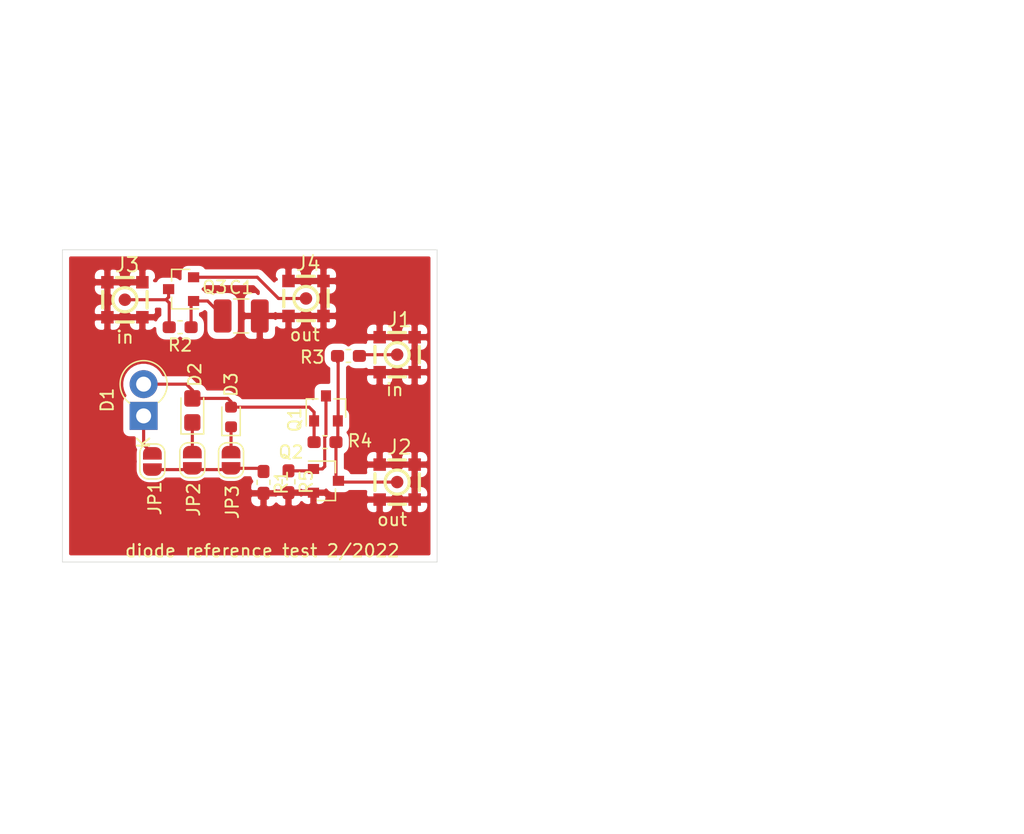
<source format=kicad_pcb>
(kicad_pcb (version 20171130) (host pcbnew "(5.1.5-0)")

  (general
    (thickness 1.6)
    (drawings 9)
    (tracks 49)
    (zones 0)
    (modules 19)
    (nets 13)
  )

  (page A4)
  (layers
    (0 F.Cu signal)
    (31 B.Cu signal)
    (32 B.Adhes user)
    (33 F.Adhes user)
    (34 B.Paste user)
    (35 F.Paste user)
    (36 B.SilkS user)
    (37 F.SilkS user)
    (38 B.Mask user)
    (39 F.Mask user)
    (40 Dwgs.User user)
    (41 Cmts.User user)
    (42 Eco1.User user)
    (43 Eco2.User user)
    (44 Edge.Cuts user)
    (45 Margin user)
    (46 B.CrtYd user)
    (47 F.CrtYd user)
    (48 B.Fab user)
    (49 F.Fab user)
  )

  (setup
    (last_trace_width 0.25)
    (trace_clearance 0.2)
    (zone_clearance 0.508)
    (zone_45_only no)
    (trace_min 0.2)
    (via_size 0.8)
    (via_drill 0.4)
    (via_min_size 0.4)
    (via_min_drill 0.3)
    (uvia_size 0.3)
    (uvia_drill 0.1)
    (uvias_allowed no)
    (uvia_min_size 0.2)
    (uvia_min_drill 0.1)
    (edge_width 0.05)
    (segment_width 0.2)
    (pcb_text_width 0.3)
    (pcb_text_size 1.5 1.5)
    (mod_edge_width 0.12)
    (mod_text_size 1 1)
    (mod_text_width 0.15)
    (pad_size 1.524 1.524)
    (pad_drill 0.762)
    (pad_to_mask_clearance 0.051)
    (solder_mask_min_width 0.25)
    (aux_axis_origin 0 0)
    (visible_elements FFFDFF7F)
    (pcbplotparams
      (layerselection 0x010fc_ffffffff)
      (usegerberextensions true)
      (usegerberattributes false)
      (usegerberadvancedattributes false)
      (creategerberjobfile false)
      (excludeedgelayer true)
      (linewidth 0.100000)
      (plotframeref false)
      (viasonmask false)
      (mode 1)
      (useauxorigin false)
      (hpglpennumber 1)
      (hpglpenspeed 20)
      (hpglpendiameter 15.000000)
      (psnegative false)
      (psa4output false)
      (plotreference true)
      (plotvalue false)
      (plotinvisibletext false)
      (padsonsilk false)
      (subtractmaskfromsilk true)
      (outputformat 1)
      (mirror false)
      (drillshape 0)
      (scaleselection 1)
      (outputdirectory "gerbers/"))
  )

  (net 0 "")
  (net 1 GND)
  (net 2 +3V3)
  (net 3 "Net-(D1-Pad2)")
  (net 4 "Net-(D1-Pad1)")
  (net 5 "Net-(D2-Pad1)")
  (net 6 "Net-(D3-Pad1)")
  (net 7 "Net-(JP1-Pad2)")
  (net 8 /vref)
  (net 9 "Net-(Q1-Pad3)")
  (net 10 "Net-(C1-Pad1)")
  (net 11 "Net-(J3-Pad1)")
  (net 12 "Net-(J4-Pad1)")

  (net_class Default "This is the default net class."
    (clearance 0.2)
    (trace_width 0.25)
    (via_dia 0.8)
    (via_drill 0.4)
    (uvia_dia 0.3)
    (uvia_drill 0.1)
    (add_net +3V3)
    (add_net /vref)
    (add_net GND)
    (add_net "Net-(C1-Pad1)")
    (add_net "Net-(D1-Pad1)")
    (add_net "Net-(D1-Pad2)")
    (add_net "Net-(D2-Pad1)")
    (add_net "Net-(D3-Pad1)")
    (add_net "Net-(J3-Pad1)")
    (add_net "Net-(J4-Pad1)")
    (add_net "Net-(JP1-Pad2)")
    (add_net "Net-(Q1-Pad3)")
  )

  (module Resistor_SMD:R_0603_1608Metric_Pad1.05x0.95mm_HandSolder (layer F.Cu) (tedit 5B301BBD) (tstamp 6213F673)
    (at 119.425 66.2 180)
    (descr "Resistor SMD 0603 (1608 Metric), square (rectangular) end terminal, IPC_7351 nominal with elongated pad for handsoldering. (Body size source: http://www.tortai-tech.com/upload/download/2011102023233369053.pdf), generated with kicad-footprint-generator")
    (tags "resistor handsolder")
    (path /62182BD6)
    (attr smd)
    (fp_text reference R2 (at 0 -1.43) (layer F.SilkS)
      (effects (font (size 1 1) (thickness 0.15)))
    )
    (fp_text value 1K (at 0 1.43) (layer F.Fab)
      (effects (font (size 1 1) (thickness 0.15)))
    )
    (fp_text user %R (at 0 0) (layer F.Fab)
      (effects (font (size 0.4 0.4) (thickness 0.06)))
    )
    (fp_line (start 1.65 0.73) (end -1.65 0.73) (layer F.CrtYd) (width 0.05))
    (fp_line (start 1.65 -0.73) (end 1.65 0.73) (layer F.CrtYd) (width 0.05))
    (fp_line (start -1.65 -0.73) (end 1.65 -0.73) (layer F.CrtYd) (width 0.05))
    (fp_line (start -1.65 0.73) (end -1.65 -0.73) (layer F.CrtYd) (width 0.05))
    (fp_line (start -0.171267 0.51) (end 0.171267 0.51) (layer F.SilkS) (width 0.12))
    (fp_line (start -0.171267 -0.51) (end 0.171267 -0.51) (layer F.SilkS) (width 0.12))
    (fp_line (start 0.8 0.4) (end -0.8 0.4) (layer F.Fab) (width 0.1))
    (fp_line (start 0.8 -0.4) (end 0.8 0.4) (layer F.Fab) (width 0.1))
    (fp_line (start -0.8 -0.4) (end 0.8 -0.4) (layer F.Fab) (width 0.1))
    (fp_line (start -0.8 0.4) (end -0.8 -0.4) (layer F.Fab) (width 0.1))
    (pad 2 smd roundrect (at 0.875 0 180) (size 1.05 0.95) (layers F.Cu F.Paste F.Mask) (roundrect_rratio 0.25)
      (net 11 "Net-(J3-Pad1)"))
    (pad 1 smd roundrect (at -0.875 0 180) (size 1.05 0.95) (layers F.Cu F.Paste F.Mask) (roundrect_rratio 0.25)
      (net 10 "Net-(C1-Pad1)"))
    (model ${KISYS3DMOD}/Resistor_SMD.3dshapes/R_0603_1608Metric.wrl
      (at (xyz 0 0 0))
      (scale (xyz 1 1 1))
      (rotate (xyz 0 0 0))
    )
  )

  (module Package_TO_SOT_SMD:SOT-23 (layer F.Cu) (tedit 5A02FF57) (tstamp 6213F642)
    (at 119.5 63.15 180)
    (descr "SOT-23, Standard")
    (tags SOT-23)
    (path /62189947)
    (attr smd)
    (fp_text reference Q3 (at -2.7 0.15) (layer F.SilkS)
      (effects (font (size 1 1) (thickness 0.15)))
    )
    (fp_text value BC847C (at 0 2.5) (layer F.Fab)
      (effects (font (size 1 1) (thickness 0.15)))
    )
    (fp_line (start 0.76 1.58) (end -0.7 1.58) (layer F.SilkS) (width 0.12))
    (fp_line (start 0.76 -1.58) (end -1.4 -1.58) (layer F.SilkS) (width 0.12))
    (fp_line (start -1.7 1.75) (end -1.7 -1.75) (layer F.CrtYd) (width 0.05))
    (fp_line (start 1.7 1.75) (end -1.7 1.75) (layer F.CrtYd) (width 0.05))
    (fp_line (start 1.7 -1.75) (end 1.7 1.75) (layer F.CrtYd) (width 0.05))
    (fp_line (start -1.7 -1.75) (end 1.7 -1.75) (layer F.CrtYd) (width 0.05))
    (fp_line (start 0.76 -1.58) (end 0.76 -0.65) (layer F.SilkS) (width 0.12))
    (fp_line (start 0.76 1.58) (end 0.76 0.65) (layer F.SilkS) (width 0.12))
    (fp_line (start -0.7 1.52) (end 0.7 1.52) (layer F.Fab) (width 0.1))
    (fp_line (start 0.7 -1.52) (end 0.7 1.52) (layer F.Fab) (width 0.1))
    (fp_line (start -0.7 -0.95) (end -0.15 -1.52) (layer F.Fab) (width 0.1))
    (fp_line (start -0.15 -1.52) (end 0.7 -1.52) (layer F.Fab) (width 0.1))
    (fp_line (start -0.7 -0.95) (end -0.7 1.5) (layer F.Fab) (width 0.1))
    (fp_text user %R (at 0 0 90) (layer F.Fab)
      (effects (font (size 0.5 0.5) (thickness 0.075)))
    )
    (pad 3 smd rect (at 1 0 180) (size 0.9 0.8) (layers F.Cu F.Paste F.Mask)
      (net 11 "Net-(J3-Pad1)"))
    (pad 2 smd rect (at -1 0.95 180) (size 0.9 0.8) (layers F.Cu F.Paste F.Mask)
      (net 12 "Net-(J4-Pad1)"))
    (pad 1 smd rect (at -1 -0.95 180) (size 0.9 0.8) (layers F.Cu F.Paste F.Mask)
      (net 10 "Net-(C1-Pad1)"))
    (model ${KISYS3DMOD}/Package_TO_SOT_SMD.3dshapes/SOT-23.wrl
      (at (xyz 0 0 0))
      (scale (xyz 1 1 1))
      (rotate (xyz 0 0 0))
    )
  )

  (module 0my_footprints:MMCX-SMD_KH-MMCX-KE-STM (layer F.Cu) (tedit 620580C3) (tstamp 6213F577)
    (at 129.5 63.9)
    (path /62189026)
    (attr smd)
    (fp_text reference J4 (at -0.9 -2.8) (layer F.SilkS)
      (effects (font (size 1.143 1.143) (thickness 0.152)) (justify left))
    )
    (fp_text value MMCX-KE-STM (at 0 -4.064) (layer F.Fab) hide
      (effects (font (size 1.143 1.143) (thickness 0.152)) (justify left))
    )
    (fp_circle (center 0 0) (end 0.967 0) (layer F.SilkS) (width 0.254))
    (fp_line (start -1.778 -0.669) (end -1.778 0.669) (layer F.SilkS) (width 0.254))
    (fp_line (start -0.669 1.778) (end 0.669 1.778) (layer F.SilkS) (width 0.254))
    (fp_line (start 1.778 0.669) (end 1.778 -0.669) (layer F.SilkS) (width 0.254))
    (fp_line (start 0.669 -1.778) (end -0.669 -1.778) (layer F.SilkS) (width 0.254))
    (pad 2 smd rect (at -1.4 -1.4) (size 1 1) (layers F.Cu F.Paste F.Mask)
      (net 1 GND))
    (pad 2 smd rect (at 1.4 -1.4) (size 1 1) (layers F.Cu F.Paste F.Mask)
      (net 1 GND))
    (pad 2 smd rect (at 1.4 1.4) (size 1 1) (layers F.Cu F.Paste F.Mask)
      (net 1 GND))
    (pad 2 smd rect (at -1.4 1.4) (size 1 1) (layers F.Cu F.Paste F.Mask)
      (net 1 GND))
    (pad 1 smd circle (at 0 0) (size 1 1) (layers F.Cu F.Paste F.Mask)
      (net 12 "Net-(J4-Pad1)"))
  )

  (module 0my_footprints:MMCX-SMD_KH-MMCX-KE-STM (layer F.Cu) (tedit 620580C3) (tstamp 6213F569)
    (at 115 64)
    (path /621875DA)
    (attr smd)
    (fp_text reference J3 (at -0.9 -2.8) (layer F.SilkS)
      (effects (font (size 1.143 1.143) (thickness 0.152)) (justify left))
    )
    (fp_text value MMCX-KE-STM (at 0 -4.064) (layer F.Fab) hide
      (effects (font (size 1.143 1.143) (thickness 0.152)) (justify left))
    )
    (fp_circle (center 0 0) (end 0.967 0) (layer F.SilkS) (width 0.254))
    (fp_line (start -1.778 -0.669) (end -1.778 0.669) (layer F.SilkS) (width 0.254))
    (fp_line (start -0.669 1.778) (end 0.669 1.778) (layer F.SilkS) (width 0.254))
    (fp_line (start 1.778 0.669) (end 1.778 -0.669) (layer F.SilkS) (width 0.254))
    (fp_line (start 0.669 -1.778) (end -0.669 -1.778) (layer F.SilkS) (width 0.254))
    (pad 2 smd rect (at -1.4 -1.4) (size 1 1) (layers F.Cu F.Paste F.Mask)
      (net 1 GND))
    (pad 2 smd rect (at 1.4 -1.4) (size 1 1) (layers F.Cu F.Paste F.Mask)
      (net 1 GND))
    (pad 2 smd rect (at 1.4 1.4) (size 1 1) (layers F.Cu F.Paste F.Mask)
      (net 1 GND))
    (pad 2 smd rect (at -1.4 1.4) (size 1 1) (layers F.Cu F.Paste F.Mask)
      (net 1 GND))
    (pad 1 smd circle (at 0 0) (size 1 1) (layers F.Cu F.Paste F.Mask)
      (net 11 "Net-(J3-Pad1)"))
  )

  (module Capacitor_SMD:C_1210_3225Metric_Pad1.42x2.65mm_HandSolder (layer F.Cu) (tedit 5B301BBE) (tstamp 6213F4C1)
    (at 124.3125 65.3)
    (descr "Capacitor SMD 1210 (3225 Metric), square (rectangular) end terminal, IPC_7351 nominal with elongated pad for handsoldering. (Body size source: http://www.tortai-tech.com/upload/download/2011102023233369053.pdf), generated with kicad-footprint-generator")
    (tags "capacitor handsolder")
    (path /62181826)
    (attr smd)
    (fp_text reference C1 (at 0 -2.28) (layer F.SilkS)
      (effects (font (size 1 1) (thickness 0.15)))
    )
    (fp_text value 47uF_1210_16V (at 0 2.28) (layer F.Fab)
      (effects (font (size 1 1) (thickness 0.15)))
    )
    (fp_text user %R (at 0 0) (layer F.Fab)
      (effects (font (size 0.8 0.8) (thickness 0.12)))
    )
    (fp_line (start 2.45 1.58) (end -2.45 1.58) (layer F.CrtYd) (width 0.05))
    (fp_line (start 2.45 -1.58) (end 2.45 1.58) (layer F.CrtYd) (width 0.05))
    (fp_line (start -2.45 -1.58) (end 2.45 -1.58) (layer F.CrtYd) (width 0.05))
    (fp_line (start -2.45 1.58) (end -2.45 -1.58) (layer F.CrtYd) (width 0.05))
    (fp_line (start -0.602064 1.36) (end 0.602064 1.36) (layer F.SilkS) (width 0.12))
    (fp_line (start -0.602064 -1.36) (end 0.602064 -1.36) (layer F.SilkS) (width 0.12))
    (fp_line (start 1.6 1.25) (end -1.6 1.25) (layer F.Fab) (width 0.1))
    (fp_line (start 1.6 -1.25) (end 1.6 1.25) (layer F.Fab) (width 0.1))
    (fp_line (start -1.6 -1.25) (end 1.6 -1.25) (layer F.Fab) (width 0.1))
    (fp_line (start -1.6 1.25) (end -1.6 -1.25) (layer F.Fab) (width 0.1))
    (pad 2 smd roundrect (at 1.4875 0) (size 1.425 2.65) (layers F.Cu F.Paste F.Mask) (roundrect_rratio 0.175439)
      (net 1 GND))
    (pad 1 smd roundrect (at -1.4875 0) (size 1.425 2.65) (layers F.Cu F.Paste F.Mask) (roundrect_rratio 0.175439)
      (net 10 "Net-(C1-Pad1)"))
    (model ${KISYS3DMOD}/Capacitor_SMD.3dshapes/C_1210_3225Metric.wrl
      (at (xyz 0 0 0))
      (scale (xyz 1 1 1))
      (rotate (xyz 0 0 0))
    )
  )

  (module 0my_footprints:MMCX-SMD_KH-MMCX-KE-STM (layer F.Cu) (tedit 620580C3) (tstamp 6213C20C)
    (at 136.8 78.6)
    (path /6217633E)
    (attr smd)
    (fp_text reference J2 (at -0.9 -2.8) (layer F.SilkS)
      (effects (font (size 1.143 1.143) (thickness 0.152)) (justify left))
    )
    (fp_text value MMCX-KE-STM (at 0 -4.064) (layer F.Fab) hide
      (effects (font (size 1.143 1.143) (thickness 0.152)) (justify left))
    )
    (fp_circle (center 0 0) (end 0.967 0) (layer F.SilkS) (width 0.254))
    (fp_line (start -1.778 -0.669) (end -1.778 0.669) (layer F.SilkS) (width 0.254))
    (fp_line (start -0.669 1.778) (end 0.669 1.778) (layer F.SilkS) (width 0.254))
    (fp_line (start 1.778 0.669) (end 1.778 -0.669) (layer F.SilkS) (width 0.254))
    (fp_line (start 0.669 -1.778) (end -0.669 -1.778) (layer F.SilkS) (width 0.254))
    (pad 2 smd rect (at -1.4 -1.4) (size 1 1) (layers F.Cu F.Paste F.Mask)
      (net 1 GND))
    (pad 2 smd rect (at 1.4 -1.4) (size 1 1) (layers F.Cu F.Paste F.Mask)
      (net 1 GND))
    (pad 2 smd rect (at 1.4 1.4) (size 1 1) (layers F.Cu F.Paste F.Mask)
      (net 1 GND))
    (pad 2 smd rect (at -1.4 1.4) (size 1 1) (layers F.Cu F.Paste F.Mask)
      (net 1 GND))
    (pad 1 smd circle (at 0 0) (size 1 1) (layers F.Cu F.Paste F.Mask)
      (net 8 /vref))
  )

  (module 0my_footprints:MMCX-SMD_KH-MMCX-KE-STM (layer F.Cu) (tedit 620580C3) (tstamp 6213C1F6)
    (at 136.8 68.4)
    (path /621770CA)
    (attr smd)
    (fp_text reference J1 (at -0.9 -2.8) (layer F.SilkS)
      (effects (font (size 1.143 1.143) (thickness 0.152)) (justify left))
    )
    (fp_text value MMCX-KE-STM (at 0 -4.064) (layer F.Fab) hide
      (effects (font (size 1.143 1.143) (thickness 0.152)) (justify left))
    )
    (fp_circle (center 0 0) (end 0.967 0) (layer F.SilkS) (width 0.254))
    (fp_line (start -1.778 -0.669) (end -1.778 0.669) (layer F.SilkS) (width 0.254))
    (fp_line (start -0.669 1.778) (end 0.669 1.778) (layer F.SilkS) (width 0.254))
    (fp_line (start 1.778 0.669) (end 1.778 -0.669) (layer F.SilkS) (width 0.254))
    (fp_line (start 0.669 -1.778) (end -0.669 -1.778) (layer F.SilkS) (width 0.254))
    (pad 2 smd rect (at -1.4 -1.4) (size 1 1) (layers F.Cu F.Paste F.Mask)
      (net 1 GND))
    (pad 2 smd rect (at 1.4 -1.4) (size 1 1) (layers F.Cu F.Paste F.Mask)
      (net 1 GND))
    (pad 2 smd rect (at 1.4 1.4) (size 1 1) (layers F.Cu F.Paste F.Mask)
      (net 1 GND))
    (pad 2 smd rect (at -1.4 1.4) (size 1 1) (layers F.Cu F.Paste F.Mask)
      (net 1 GND))
    (pad 1 smd circle (at 0 0) (size 1 1) (layers F.Cu F.Paste F.Mask)
      (net 2 +3V3))
  )

  (module Resistor_SMD:R_0603_1608Metric_Pad1.05x0.95mm_HandSolder (layer F.Cu) (tedit 5B301BBD) (tstamp 611C024C)
    (at 128.1 78.575 270)
    (descr "Resistor SMD 0603 (1608 Metric), square (rectangular) end terminal, IPC_7351 nominal with elongated pad for handsoldering. (Body size source: http://www.tortai-tech.com/upload/download/2011102023233369053.pdf), generated with kicad-footprint-generator")
    (tags "resistor handsolder")
    (path /6123ED42)
    (attr smd)
    (fp_text reference R5 (at 0 -1.43 90) (layer F.SilkS)
      (effects (font (size 1 1) (thickness 0.15)))
    )
    (fp_text value 1K (at 0 1.43 90) (layer F.Fab)
      (effects (font (size 1 1) (thickness 0.15)))
    )
    (fp_text user %R (at 0 0 90) (layer F.Fab)
      (effects (font (size 0.4 0.4) (thickness 0.06)))
    )
    (fp_line (start 1.65 0.73) (end -1.65 0.73) (layer F.CrtYd) (width 0.05))
    (fp_line (start 1.65 -0.73) (end 1.65 0.73) (layer F.CrtYd) (width 0.05))
    (fp_line (start -1.65 -0.73) (end 1.65 -0.73) (layer F.CrtYd) (width 0.05))
    (fp_line (start -1.65 0.73) (end -1.65 -0.73) (layer F.CrtYd) (width 0.05))
    (fp_line (start -0.171267 0.51) (end 0.171267 0.51) (layer F.SilkS) (width 0.12))
    (fp_line (start -0.171267 -0.51) (end 0.171267 -0.51) (layer F.SilkS) (width 0.12))
    (fp_line (start 0.8 0.4) (end -0.8 0.4) (layer F.Fab) (width 0.1))
    (fp_line (start 0.8 -0.4) (end 0.8 0.4) (layer F.Fab) (width 0.1))
    (fp_line (start -0.8 -0.4) (end 0.8 -0.4) (layer F.Fab) (width 0.1))
    (fp_line (start -0.8 0.4) (end -0.8 -0.4) (layer F.Fab) (width 0.1))
    (pad 2 smd roundrect (at 0.875 0 270) (size 1.05 0.95) (layers F.Cu F.Paste F.Mask) (roundrect_rratio 0.25)
      (net 1 GND))
    (pad 1 smd roundrect (at -0.875 0 270) (size 1.05 0.95) (layers F.Cu F.Paste F.Mask) (roundrect_rratio 0.25)
      (net 9 "Net-(Q1-Pad3)"))
    (model ${KISYS3DMOD}/Resistor_SMD.3dshapes/R_0603_1608Metric.wrl
      (at (xyz 0 0 0))
      (scale (xyz 1 1 1))
      (rotate (xyz 0 0 0))
    )
  )

  (module Resistor_SMD:R_0603_1608Metric_Pad1.05x0.95mm_HandSolder (layer F.Cu) (tedit 5B301BBD) (tstamp 611C023B)
    (at 131.025 75.4 180)
    (descr "Resistor SMD 0603 (1608 Metric), square (rectangular) end terminal, IPC_7351 nominal with elongated pad for handsoldering. (Body size source: http://www.tortai-tech.com/upload/download/2011102023233369053.pdf), generated with kicad-footprint-generator")
    (tags "resistor handsolder")
    (path /6123C7EC)
    (attr smd)
    (fp_text reference R4 (at -2.8 0.1) (layer F.SilkS)
      (effects (font (size 1 1) (thickness 0.15)))
    )
    (fp_text value 1K (at 0 1.43) (layer F.Fab)
      (effects (font (size 1 1) (thickness 0.15)))
    )
    (fp_text user %R (at 0 0) (layer F.Fab)
      (effects (font (size 0.4 0.4) (thickness 0.06)))
    )
    (fp_line (start 1.65 0.73) (end -1.65 0.73) (layer F.CrtYd) (width 0.05))
    (fp_line (start 1.65 -0.73) (end 1.65 0.73) (layer F.CrtYd) (width 0.05))
    (fp_line (start -1.65 -0.73) (end 1.65 -0.73) (layer F.CrtYd) (width 0.05))
    (fp_line (start -1.65 0.73) (end -1.65 -0.73) (layer F.CrtYd) (width 0.05))
    (fp_line (start -0.171267 0.51) (end 0.171267 0.51) (layer F.SilkS) (width 0.12))
    (fp_line (start -0.171267 -0.51) (end 0.171267 -0.51) (layer F.SilkS) (width 0.12))
    (fp_line (start 0.8 0.4) (end -0.8 0.4) (layer F.Fab) (width 0.1))
    (fp_line (start 0.8 -0.4) (end 0.8 0.4) (layer F.Fab) (width 0.1))
    (fp_line (start -0.8 -0.4) (end 0.8 -0.4) (layer F.Fab) (width 0.1))
    (fp_line (start -0.8 0.4) (end -0.8 -0.4) (layer F.Fab) (width 0.1))
    (pad 2 smd roundrect (at 0.875 0 180) (size 1.05 0.95) (layers F.Cu F.Paste F.Mask) (roundrect_rratio 0.25)
      (net 3 "Net-(D1-Pad2)"))
    (pad 1 smd roundrect (at -0.875 0 180) (size 1.05 0.95) (layers F.Cu F.Paste F.Mask) (roundrect_rratio 0.25)
      (net 8 /vref))
    (model ${KISYS3DMOD}/Resistor_SMD.3dshapes/R_0603_1608Metric.wrl
      (at (xyz 0 0 0))
      (scale (xyz 1 1 1))
      (rotate (xyz 0 0 0))
    )
  )

  (module Resistor_SMD:R_0603_1608Metric_Pad1.05x0.95mm_HandSolder (layer F.Cu) (tedit 5B301BBD) (tstamp 611C022A)
    (at 132.9 68.5)
    (descr "Resistor SMD 0603 (1608 Metric), square (rectangular) end terminal, IPC_7351 nominal with elongated pad for handsoldering. (Body size source: http://www.tortai-tech.com/upload/download/2011102023233369053.pdf), generated with kicad-footprint-generator")
    (tags "resistor handsolder")
    (path /612454FE)
    (attr smd)
    (fp_text reference R3 (at -2.9 0.1) (layer F.SilkS)
      (effects (font (size 1 1) (thickness 0.15)))
    )
    (fp_text value 300 (at 0 1.43) (layer F.Fab)
      (effects (font (size 1 1) (thickness 0.15)))
    )
    (fp_text user %R (at 0 0) (layer F.Fab)
      (effects (font (size 0.4 0.4) (thickness 0.06)))
    )
    (fp_line (start 1.65 0.73) (end -1.65 0.73) (layer F.CrtYd) (width 0.05))
    (fp_line (start 1.65 -0.73) (end 1.65 0.73) (layer F.CrtYd) (width 0.05))
    (fp_line (start -1.65 -0.73) (end 1.65 -0.73) (layer F.CrtYd) (width 0.05))
    (fp_line (start -1.65 0.73) (end -1.65 -0.73) (layer F.CrtYd) (width 0.05))
    (fp_line (start -0.171267 0.51) (end 0.171267 0.51) (layer F.SilkS) (width 0.12))
    (fp_line (start -0.171267 -0.51) (end 0.171267 -0.51) (layer F.SilkS) (width 0.12))
    (fp_line (start 0.8 0.4) (end -0.8 0.4) (layer F.Fab) (width 0.1))
    (fp_line (start 0.8 -0.4) (end 0.8 0.4) (layer F.Fab) (width 0.1))
    (fp_line (start -0.8 -0.4) (end 0.8 -0.4) (layer F.Fab) (width 0.1))
    (fp_line (start -0.8 0.4) (end -0.8 -0.4) (layer F.Fab) (width 0.1))
    (pad 2 smd roundrect (at 0.875 0) (size 1.05 0.95) (layers F.Cu F.Paste F.Mask) (roundrect_rratio 0.25)
      (net 2 +3V3))
    (pad 1 smd roundrect (at -0.875 0) (size 1.05 0.95) (layers F.Cu F.Paste F.Mask) (roundrect_rratio 0.25)
      (net 8 /vref))
    (model ${KISYS3DMOD}/Resistor_SMD.3dshapes/R_0603_1608Metric.wrl
      (at (xyz 0 0 0))
      (scale (xyz 1 1 1))
      (rotate (xyz 0 0 0))
    )
  )

  (module Resistor_SMD:R_0603_1608Metric_Pad1.05x0.95mm_HandSolder (layer F.Cu) (tedit 5B301BBD) (tstamp 611C0208)
    (at 126.1 78.625 270)
    (descr "Resistor SMD 0603 (1608 Metric), square (rectangular) end terminal, IPC_7351 nominal with elongated pad for handsoldering. (Body size source: http://www.tortai-tech.com/upload/download/2011102023233369053.pdf), generated with kicad-footprint-generator")
    (tags "resistor handsolder")
    (path /6123FBF9)
    (attr smd)
    (fp_text reference R1 (at 0 -1.43 90) (layer F.SilkS)
      (effects (font (size 1 1) (thickness 0.15)))
    )
    (fp_text value 75 (at 0 1.43 90) (layer F.Fab)
      (effects (font (size 1 1) (thickness 0.15)))
    )
    (fp_text user %R (at 0 0 90) (layer F.Fab)
      (effects (font (size 0.4 0.4) (thickness 0.06)))
    )
    (fp_line (start 1.65 0.73) (end -1.65 0.73) (layer F.CrtYd) (width 0.05))
    (fp_line (start 1.65 -0.73) (end 1.65 0.73) (layer F.CrtYd) (width 0.05))
    (fp_line (start -1.65 -0.73) (end 1.65 -0.73) (layer F.CrtYd) (width 0.05))
    (fp_line (start -1.65 0.73) (end -1.65 -0.73) (layer F.CrtYd) (width 0.05))
    (fp_line (start -0.171267 0.51) (end 0.171267 0.51) (layer F.SilkS) (width 0.12))
    (fp_line (start -0.171267 -0.51) (end 0.171267 -0.51) (layer F.SilkS) (width 0.12))
    (fp_line (start 0.8 0.4) (end -0.8 0.4) (layer F.Fab) (width 0.1))
    (fp_line (start 0.8 -0.4) (end 0.8 0.4) (layer F.Fab) (width 0.1))
    (fp_line (start -0.8 -0.4) (end 0.8 -0.4) (layer F.Fab) (width 0.1))
    (fp_line (start -0.8 0.4) (end -0.8 -0.4) (layer F.Fab) (width 0.1))
    (pad 2 smd roundrect (at 0.875 0 270) (size 1.05 0.95) (layers F.Cu F.Paste F.Mask) (roundrect_rratio 0.25)
      (net 1 GND))
    (pad 1 smd roundrect (at -0.875 0 270) (size 1.05 0.95) (layers F.Cu F.Paste F.Mask) (roundrect_rratio 0.25)
      (net 7 "Net-(JP1-Pad2)"))
    (model ${KISYS3DMOD}/Resistor_SMD.3dshapes/R_0603_1608Metric.wrl
      (at (xyz 0 0 0))
      (scale (xyz 1 1 1))
      (rotate (xyz 0 0 0))
    )
  )

  (module Package_TO_SOT_SMD:SOT-23 (layer F.Cu) (tedit 5A02FF57) (tstamp 611C01F7)
    (at 131.1 78.5)
    (descr "SOT-23, Standard")
    (tags SOT-23)
    (path /6122F2E7)
    (attr smd)
    (fp_text reference Q2 (at -2.8 -2.3) (layer F.SilkS)
      (effects (font (size 1 1) (thickness 0.15)))
    )
    (fp_text value MMBT2222A (at 0 2.5) (layer F.Fab)
      (effects (font (size 1 1) (thickness 0.15)))
    )
    (fp_line (start 0.76 1.58) (end -0.7 1.58) (layer F.SilkS) (width 0.12))
    (fp_line (start 0.76 -1.58) (end -1.4 -1.58) (layer F.SilkS) (width 0.12))
    (fp_line (start -1.7 1.75) (end -1.7 -1.75) (layer F.CrtYd) (width 0.05))
    (fp_line (start 1.7 1.75) (end -1.7 1.75) (layer F.CrtYd) (width 0.05))
    (fp_line (start 1.7 -1.75) (end 1.7 1.75) (layer F.CrtYd) (width 0.05))
    (fp_line (start -1.7 -1.75) (end 1.7 -1.75) (layer F.CrtYd) (width 0.05))
    (fp_line (start 0.76 -1.58) (end 0.76 -0.65) (layer F.SilkS) (width 0.12))
    (fp_line (start 0.76 1.58) (end 0.76 0.65) (layer F.SilkS) (width 0.12))
    (fp_line (start -0.7 1.52) (end 0.7 1.52) (layer F.Fab) (width 0.1))
    (fp_line (start 0.7 -1.52) (end 0.7 1.52) (layer F.Fab) (width 0.1))
    (fp_line (start -0.7 -0.95) (end -0.15 -1.52) (layer F.Fab) (width 0.1))
    (fp_line (start -0.15 -1.52) (end 0.7 -1.52) (layer F.Fab) (width 0.1))
    (fp_line (start -0.7 -0.95) (end -0.7 1.5) (layer F.Fab) (width 0.1))
    (fp_text user %R (at 0 0 90) (layer F.Fab)
      (effects (font (size 0.5 0.5) (thickness 0.075)))
    )
    (pad 3 smd rect (at 1 0) (size 0.9 0.8) (layers F.Cu F.Paste F.Mask)
      (net 8 /vref))
    (pad 2 smd rect (at -1 0.95) (size 0.9 0.8) (layers F.Cu F.Paste F.Mask)
      (net 1 GND))
    (pad 1 smd rect (at -1 -0.95) (size 0.9 0.8) (layers F.Cu F.Paste F.Mask)
      (net 9 "Net-(Q1-Pad3)"))
    (model ${KISYS3DMOD}/Package_TO_SOT_SMD.3dshapes/SOT-23.wrl
      (at (xyz 0 0 0))
      (scale (xyz 1 1 1))
      (rotate (xyz 0 0 0))
    )
  )

  (module Package_TO_SOT_SMD:SOT-23 (layer F.Cu) (tedit 5A02FF57) (tstamp 611C01E2)
    (at 131.1 72.7 90)
    (descr "SOT-23, Standard")
    (tags SOT-23)
    (path /6122D380)
    (attr smd)
    (fp_text reference Q1 (at -0.9 -2.5 90) (layer F.SilkS)
      (effects (font (size 1 1) (thickness 0.15)))
    )
    (fp_text value MMBT3906 (at 0 2.5 90) (layer F.Fab)
      (effects (font (size 1 1) (thickness 0.15)))
    )
    (fp_line (start 0.76 1.58) (end -0.7 1.58) (layer F.SilkS) (width 0.12))
    (fp_line (start 0.76 -1.58) (end -1.4 -1.58) (layer F.SilkS) (width 0.12))
    (fp_line (start -1.7 1.75) (end -1.7 -1.75) (layer F.CrtYd) (width 0.05))
    (fp_line (start 1.7 1.75) (end -1.7 1.75) (layer F.CrtYd) (width 0.05))
    (fp_line (start 1.7 -1.75) (end 1.7 1.75) (layer F.CrtYd) (width 0.05))
    (fp_line (start -1.7 -1.75) (end 1.7 -1.75) (layer F.CrtYd) (width 0.05))
    (fp_line (start 0.76 -1.58) (end 0.76 -0.65) (layer F.SilkS) (width 0.12))
    (fp_line (start 0.76 1.58) (end 0.76 0.65) (layer F.SilkS) (width 0.12))
    (fp_line (start -0.7 1.52) (end 0.7 1.52) (layer F.Fab) (width 0.1))
    (fp_line (start 0.7 -1.52) (end 0.7 1.52) (layer F.Fab) (width 0.1))
    (fp_line (start -0.7 -0.95) (end -0.15 -1.52) (layer F.Fab) (width 0.1))
    (fp_line (start -0.15 -1.52) (end 0.7 -1.52) (layer F.Fab) (width 0.1))
    (fp_line (start -0.7 -0.95) (end -0.7 1.5) (layer F.Fab) (width 0.1))
    (fp_text user %R (at 0 0) (layer F.Fab)
      (effects (font (size 0.5 0.5) (thickness 0.075)))
    )
    (pad 3 smd rect (at 1 0 90) (size 0.9 0.8) (layers F.Cu F.Paste F.Mask)
      (net 9 "Net-(Q1-Pad3)"))
    (pad 2 smd rect (at -1 0.95 90) (size 0.9 0.8) (layers F.Cu F.Paste F.Mask)
      (net 8 /vref))
    (pad 1 smd rect (at -1 -0.95 90) (size 0.9 0.8) (layers F.Cu F.Paste F.Mask)
      (net 3 "Net-(D1-Pad2)"))
    (model ${KISYS3DMOD}/Package_TO_SOT_SMD.3dshapes/SOT-23.wrl
      (at (xyz 0 0 0))
      (scale (xyz 1 1 1))
      (rotate (xyz 0 0 0))
    )
  )

  (module Jumper:SolderJumper-2_P1.3mm_Open_RoundedPad1.0x1.5mm (layer F.Cu) (tedit 5B391E66) (tstamp 611C0197)
    (at 123.5 76.85 270)
    (descr "SMD Solder Jumper, 1x1.5mm, rounded Pads, 0.3mm gap, open")
    (tags "solder jumper open")
    (path /61240A4C)
    (attr virtual)
    (fp_text reference JP3 (at 3.35 -0.1 90) (layer F.SilkS)
      (effects (font (size 1 1) (thickness 0.15)))
    )
    (fp_text value NO (at 0 1.9 90) (layer F.Fab)
      (effects (font (size 1 1) (thickness 0.15)))
    )
    (fp_line (start 1.65 1.25) (end -1.65 1.25) (layer F.CrtYd) (width 0.05))
    (fp_line (start 1.65 1.25) (end 1.65 -1.25) (layer F.CrtYd) (width 0.05))
    (fp_line (start -1.65 -1.25) (end -1.65 1.25) (layer F.CrtYd) (width 0.05))
    (fp_line (start -1.65 -1.25) (end 1.65 -1.25) (layer F.CrtYd) (width 0.05))
    (fp_line (start -0.7 -1) (end 0.7 -1) (layer F.SilkS) (width 0.12))
    (fp_line (start 1.4 -0.3) (end 1.4 0.3) (layer F.SilkS) (width 0.12))
    (fp_line (start 0.7 1) (end -0.7 1) (layer F.SilkS) (width 0.12))
    (fp_line (start -1.4 0.3) (end -1.4 -0.3) (layer F.SilkS) (width 0.12))
    (fp_arc (start -0.7 -0.3) (end -0.7 -1) (angle -90) (layer F.SilkS) (width 0.12))
    (fp_arc (start -0.7 0.3) (end -1.4 0.3) (angle -90) (layer F.SilkS) (width 0.12))
    (fp_arc (start 0.7 0.3) (end 0.7 1) (angle -90) (layer F.SilkS) (width 0.12))
    (fp_arc (start 0.7 -0.3) (end 1.4 -0.3) (angle -90) (layer F.SilkS) (width 0.12))
    (pad 2 smd custom (at 0.65 0 270) (size 1 0.5) (layers F.Cu F.Mask)
      (net 7 "Net-(JP1-Pad2)") (zone_connect 2)
      (options (clearance outline) (anchor rect))
      (primitives
        (gr_circle (center 0 0.25) (end 0.5 0.25) (width 0))
        (gr_circle (center 0 -0.25) (end 0.5 -0.25) (width 0))
        (gr_poly (pts
           (xy 0 -0.75) (xy -0.5 -0.75) (xy -0.5 0.75) (xy 0 0.75)) (width 0))
      ))
    (pad 1 smd custom (at -0.65 0 270) (size 1 0.5) (layers F.Cu F.Mask)
      (net 6 "Net-(D3-Pad1)") (zone_connect 2)
      (options (clearance outline) (anchor rect))
      (primitives
        (gr_circle (center 0 0.25) (end 0.5 0.25) (width 0))
        (gr_circle (center 0 -0.25) (end 0.5 -0.25) (width 0))
        (gr_poly (pts
           (xy 0 -0.75) (xy 0.5 -0.75) (xy 0.5 0.75) (xy 0 0.75)) (width 0))
      ))
  )

  (module Jumper:SolderJumper-2_P1.3mm_Open_RoundedPad1.0x1.5mm (layer F.Cu) (tedit 5B391E66) (tstamp 611C0185)
    (at 120.4 76.85 270)
    (descr "SMD Solder Jumper, 1x1.5mm, rounded Pads, 0.3mm gap, open")
    (tags "solder jumper open")
    (path /61243462)
    (attr virtual)
    (fp_text reference JP2 (at 3.15 -0.1 90) (layer F.SilkS)
      (effects (font (size 1 1) (thickness 0.15)))
    )
    (fp_text value NO (at 0 1.9 90) (layer F.Fab)
      (effects (font (size 1 1) (thickness 0.15)))
    )
    (fp_line (start 1.65 1.25) (end -1.65 1.25) (layer F.CrtYd) (width 0.05))
    (fp_line (start 1.65 1.25) (end 1.65 -1.25) (layer F.CrtYd) (width 0.05))
    (fp_line (start -1.65 -1.25) (end -1.65 1.25) (layer F.CrtYd) (width 0.05))
    (fp_line (start -1.65 -1.25) (end 1.65 -1.25) (layer F.CrtYd) (width 0.05))
    (fp_line (start -0.7 -1) (end 0.7 -1) (layer F.SilkS) (width 0.12))
    (fp_line (start 1.4 -0.3) (end 1.4 0.3) (layer F.SilkS) (width 0.12))
    (fp_line (start 0.7 1) (end -0.7 1) (layer F.SilkS) (width 0.12))
    (fp_line (start -1.4 0.3) (end -1.4 -0.3) (layer F.SilkS) (width 0.12))
    (fp_arc (start -0.7 -0.3) (end -0.7 -1) (angle -90) (layer F.SilkS) (width 0.12))
    (fp_arc (start -0.7 0.3) (end -1.4 0.3) (angle -90) (layer F.SilkS) (width 0.12))
    (fp_arc (start 0.7 0.3) (end 0.7 1) (angle -90) (layer F.SilkS) (width 0.12))
    (fp_arc (start 0.7 -0.3) (end 1.4 -0.3) (angle -90) (layer F.SilkS) (width 0.12))
    (pad 2 smd custom (at 0.65 0 270) (size 1 0.5) (layers F.Cu F.Mask)
      (net 7 "Net-(JP1-Pad2)") (zone_connect 2)
      (options (clearance outline) (anchor rect))
      (primitives
        (gr_circle (center 0 0.25) (end 0.5 0.25) (width 0))
        (gr_circle (center 0 -0.25) (end 0.5 -0.25) (width 0))
        (gr_poly (pts
           (xy 0 -0.75) (xy -0.5 -0.75) (xy -0.5 0.75) (xy 0 0.75)) (width 0))
      ))
    (pad 1 smd custom (at -0.65 0 270) (size 1 0.5) (layers F.Cu F.Mask)
      (net 5 "Net-(D2-Pad1)") (zone_connect 2)
      (options (clearance outline) (anchor rect))
      (primitives
        (gr_circle (center 0 0.25) (end 0.5 0.25) (width 0))
        (gr_circle (center 0 -0.25) (end 0.5 -0.25) (width 0))
        (gr_poly (pts
           (xy 0 -0.75) (xy 0.5 -0.75) (xy 0.5 0.75) (xy 0 0.75)) (width 0))
      ))
  )

  (module Jumper:SolderJumper-2_P1.3mm_Open_RoundedPad1.0x1.5mm (layer F.Cu) (tedit 5B391E66) (tstamp 611C0173)
    (at 117.2 76.95 270)
    (descr "SMD Solder Jumper, 1x1.5mm, rounded Pads, 0.3mm gap, open")
    (tags "solder jumper open")
    (path /61243931)
    (attr virtual)
    (fp_text reference JP1 (at 2.95 -0.2 90) (layer F.SilkS)
      (effects (font (size 1 1) (thickness 0.15)))
    )
    (fp_text value NO (at 0 1.9 90) (layer F.Fab)
      (effects (font (size 1 1) (thickness 0.15)))
    )
    (fp_line (start 1.65 1.25) (end -1.65 1.25) (layer F.CrtYd) (width 0.05))
    (fp_line (start 1.65 1.25) (end 1.65 -1.25) (layer F.CrtYd) (width 0.05))
    (fp_line (start -1.65 -1.25) (end -1.65 1.25) (layer F.CrtYd) (width 0.05))
    (fp_line (start -1.65 -1.25) (end 1.65 -1.25) (layer F.CrtYd) (width 0.05))
    (fp_line (start -0.7 -1) (end 0.7 -1) (layer F.SilkS) (width 0.12))
    (fp_line (start 1.4 -0.3) (end 1.4 0.3) (layer F.SilkS) (width 0.12))
    (fp_line (start 0.7 1) (end -0.7 1) (layer F.SilkS) (width 0.12))
    (fp_line (start -1.4 0.3) (end -1.4 -0.3) (layer F.SilkS) (width 0.12))
    (fp_arc (start -0.7 -0.3) (end -0.7 -1) (angle -90) (layer F.SilkS) (width 0.12))
    (fp_arc (start -0.7 0.3) (end -1.4 0.3) (angle -90) (layer F.SilkS) (width 0.12))
    (fp_arc (start 0.7 0.3) (end 0.7 1) (angle -90) (layer F.SilkS) (width 0.12))
    (fp_arc (start 0.7 -0.3) (end 1.4 -0.3) (angle -90) (layer F.SilkS) (width 0.12))
    (pad 2 smd custom (at 0.65 0 270) (size 1 0.5) (layers F.Cu F.Mask)
      (net 7 "Net-(JP1-Pad2)") (zone_connect 2)
      (options (clearance outline) (anchor rect))
      (primitives
        (gr_circle (center 0 0.25) (end 0.5 0.25) (width 0))
        (gr_circle (center 0 -0.25) (end 0.5 -0.25) (width 0))
        (gr_poly (pts
           (xy 0 -0.75) (xy -0.5 -0.75) (xy -0.5 0.75) (xy 0 0.75)) (width 0))
      ))
    (pad 1 smd custom (at -0.65 0 270) (size 1 0.5) (layers F.Cu F.Mask)
      (net 4 "Net-(D1-Pad1)") (zone_connect 2)
      (options (clearance outline) (anchor rect))
      (primitives
        (gr_circle (center 0 0.25) (end 0.5 0.25) (width 0))
        (gr_circle (center 0 -0.25) (end 0.5 -0.25) (width 0))
        (gr_poly (pts
           (xy 0 -0.75) (xy 0.5 -0.75) (xy 0.5 0.75) (xy 0 0.75)) (width 0))
      ))
  )

  (module Diode_SMD:D_0603_1608Metric (layer F.Cu) (tedit 5B301BBE) (tstamp 611C00E3)
    (at 123.5 73.3875 90)
    (descr "Diode SMD 0603 (1608 Metric), square (rectangular) end terminal, IPC_7351 nominal, (Body size source: http://www.tortai-tech.com/upload/download/2011102023233369053.pdf), generated with kicad-footprint-generator")
    (tags diode)
    (path /61234609)
    (attr smd)
    (fp_text reference D3 (at 2.5875 0 90) (layer F.SilkS)
      (effects (font (size 1 1) (thickness 0.15)))
    )
    (fp_text value 19-217/GHC-YR1S2/3T (at 0 1.43 90) (layer F.Fab)
      (effects (font (size 1 1) (thickness 0.15)))
    )
    (fp_text user %R (at 0 0 90) (layer F.Fab)
      (effects (font (size 0.4 0.4) (thickness 0.06)))
    )
    (fp_line (start 1.48 0.73) (end -1.48 0.73) (layer F.CrtYd) (width 0.05))
    (fp_line (start 1.48 -0.73) (end 1.48 0.73) (layer F.CrtYd) (width 0.05))
    (fp_line (start -1.48 -0.73) (end 1.48 -0.73) (layer F.CrtYd) (width 0.05))
    (fp_line (start -1.48 0.73) (end -1.48 -0.73) (layer F.CrtYd) (width 0.05))
    (fp_line (start -1.485 0.735) (end 0.8 0.735) (layer F.SilkS) (width 0.12))
    (fp_line (start -1.485 -0.735) (end -1.485 0.735) (layer F.SilkS) (width 0.12))
    (fp_line (start 0.8 -0.735) (end -1.485 -0.735) (layer F.SilkS) (width 0.12))
    (fp_line (start 0.8 0.4) (end 0.8 -0.4) (layer F.Fab) (width 0.1))
    (fp_line (start -0.8 0.4) (end 0.8 0.4) (layer F.Fab) (width 0.1))
    (fp_line (start -0.8 -0.1) (end -0.8 0.4) (layer F.Fab) (width 0.1))
    (fp_line (start -0.5 -0.4) (end -0.8 -0.1) (layer F.Fab) (width 0.1))
    (fp_line (start 0.8 -0.4) (end -0.5 -0.4) (layer F.Fab) (width 0.1))
    (pad 2 smd roundrect (at 0.7875 0 90) (size 0.875 0.95) (layers F.Cu F.Paste F.Mask) (roundrect_rratio 0.25)
      (net 3 "Net-(D1-Pad2)"))
    (pad 1 smd roundrect (at -0.7875 0 90) (size 0.875 0.95) (layers F.Cu F.Paste F.Mask) (roundrect_rratio 0.25)
      (net 6 "Net-(D3-Pad1)"))
    (model ${KISYS3DMOD}/Diode_SMD.3dshapes/D_0603_1608Metric.wrl
      (at (xyz 0 0 0))
      (scale (xyz 1 1 1))
      (rotate (xyz 0 0 0))
    )
  )

  (module Diode_SMD:D_0805_2012Metric_Castellated (layer F.Cu) (tedit 5B36C52B) (tstamp 611C00D0)
    (at 120.4 72.8625 90)
    (descr "Diode SMD 0805 (2012 Metric), castellated end terminal, IPC_7351 nominal, (Body size source: https://docs.google.com/spreadsheets/d/1BsfQQcO9C6DZCsRaXUlFlo91Tg2WpOkGARC1WS5S8t0/edit?usp=sharing), generated with kicad-footprint-generator")
    (tags "diode castellated")
    (path /6123004E)
    (attr smd)
    (fp_text reference D2 (at 2.8625 0.2 90) (layer F.SilkS)
      (effects (font (size 1 1) (thickness 0.15)))
    )
    (fp_text value C2297 (at 0 1.6 90) (layer F.Fab)
      (effects (font (size 1 1) (thickness 0.15)))
    )
    (fp_text user %R (at 0 0 90) (layer F.Fab)
      (effects (font (size 0.5 0.5) (thickness 0.08)))
    )
    (fp_line (start 1.88 0.9) (end -1.88 0.9) (layer F.CrtYd) (width 0.05))
    (fp_line (start 1.88 -0.9) (end 1.88 0.9) (layer F.CrtYd) (width 0.05))
    (fp_line (start -1.88 -0.9) (end 1.88 -0.9) (layer F.CrtYd) (width 0.05))
    (fp_line (start -1.88 0.9) (end -1.88 -0.9) (layer F.CrtYd) (width 0.05))
    (fp_line (start -1.885 0.91) (end 1 0.91) (layer F.SilkS) (width 0.12))
    (fp_line (start -1.885 -0.91) (end -1.885 0.91) (layer F.SilkS) (width 0.12))
    (fp_line (start 1 -0.91) (end -1.885 -0.91) (layer F.SilkS) (width 0.12))
    (fp_line (start 1 0.6) (end 1 -0.6) (layer F.Fab) (width 0.1))
    (fp_line (start -1 0.6) (end 1 0.6) (layer F.Fab) (width 0.1))
    (fp_line (start -1 -0.3) (end -1 0.6) (layer F.Fab) (width 0.1))
    (fp_line (start -0.7 -0.6) (end -1 -0.3) (layer F.Fab) (width 0.1))
    (fp_line (start 1 -0.6) (end -0.7 -0.6) (layer F.Fab) (width 0.1))
    (pad 2 smd roundrect (at 0.9625 0 90) (size 1.325 1.3) (layers F.Cu F.Paste F.Mask) (roundrect_rratio 0.192308)
      (net 3 "Net-(D1-Pad2)"))
    (pad 1 smd roundrect (at -0.9625 0 90) (size 1.325 1.3) (layers F.Cu F.Paste F.Mask) (roundrect_rratio 0.192308)
      (net 5 "Net-(D2-Pad1)"))
    (model ${KISYS3DMOD}/Diode_SMD.3dshapes/D_0805_2012Metric_Castellated.wrl
      (at (xyz 0 0 0))
      (scale (xyz 1 1 1))
      (rotate (xyz 0 0 0))
    )
  )

  (module Diode_THT:D_DO-15_P2.54mm_Vertical_KathodeUp (layer F.Cu) (tedit 5AE50CD5) (tstamp 611C00BD)
    (at 116.5 73.3 90)
    (descr "Diode, DO-15 series, Axial, Vertical, pin pitch=2.54mm, , length*diameter=7.6*3.6mm^2, , http://www.diodes.com/_files/packages/DO-15.pdf")
    (tags "Diode DO-15 series Axial Vertical pin pitch 2.54mm  length 7.6mm diameter 3.6mm")
    (path /61235045)
    (fp_text reference D1 (at 1.27 -2.92 90) (layer F.SilkS)
      (effects (font (size 1 1) (thickness 0.15)))
    )
    (fp_text value LTL-4231 (at 1.27 3.809 90) (layer F.Fab)
      (effects (font (size 1 1) (thickness 0.15)))
    )
    (fp_text user K (at -2.12 0 90) (layer F.SilkS)
      (effects (font (size 1 1) (thickness 0.15)))
    )
    (fp_text user K (at -2.12 0 90) (layer F.Fab)
      (effects (font (size 1 1) (thickness 0.15)))
    )
    (fp_text user %R (at 1.27 -2.92 90) (layer F.Fab)
      (effects (font (size 1 1) (thickness 0.15)))
    )
    (fp_line (start 4.59 -2.05) (end -1.37 -2.05) (layer F.CrtYd) (width 0.05))
    (fp_line (start 4.59 2.05) (end 4.59 -2.05) (layer F.CrtYd) (width 0.05))
    (fp_line (start -1.37 2.05) (end 4.59 2.05) (layer F.CrtYd) (width 0.05))
    (fp_line (start -1.37 -2.05) (end -1.37 2.05) (layer F.CrtYd) (width 0.05))
    (fp_line (start 0 0) (end 2.54 0) (layer F.Fab) (width 0.1))
    (fp_circle (center 2.54 0) (end 4.34 0) (layer F.Fab) (width 0.1))
    (fp_arc (start 2.54 0) (end 1.025404 -1.12) (angle 284.154462) (layer F.SilkS) (width 0.12))
    (pad 2 thru_hole oval (at 2.54 0 90) (size 2.24 2.24) (drill 1.2) (layers *.Cu *.Mask)
      (net 3 "Net-(D1-Pad2)"))
    (pad 1 thru_hole rect (at 0 0 90) (size 2.24 2.24) (drill 1.2) (layers *.Cu *.Mask)
      (net 4 "Net-(D1-Pad1)"))
    (model ${KISYS3DMOD}/Diode_THT.3dshapes/D_DO-15_P2.54mm_Vertical_KathodeUp.wrl
      (at (xyz 0 0 0))
      (scale (xyz 1 1 1))
      (rotate (xyz 0 0 0))
    )
  )

  (gr_text out (at 129.4 66.8) (layer F.SilkS)
    (effects (font (size 1 1) (thickness 0.15)))
  )
  (gr_text in (at 115 67) (layer F.SilkS)
    (effects (font (size 1 1) (thickness 0.15)))
  )
  (gr_text out (at 136.4 81.6) (layer F.SilkS)
    (effects (font (size 1 1) (thickness 0.15)))
  )
  (gr_text in (at 136.6 71.2) (layer F.SilkS)
    (effects (font (size 1 1) (thickness 0.15)))
  )
  (gr_line (start 110 85) (end 110 60) (layer Edge.Cuts) (width 0.05) (tstamp 6213C442))
  (gr_line (start 140 85) (end 110 85) (layer Edge.Cuts) (width 0.05))
  (gr_line (start 140 60) (end 140 85) (layer Edge.Cuts) (width 0.05))
  (gr_line (start 110 60) (end 140 60) (layer Edge.Cuts) (width 0.05))
  (gr_text "diode reference test 2/2022" (at 126 84.1) (layer F.SilkS)
    (effects (font (size 1 1) (thickness 0.15)))
  )

  (segment (start 133.875 68.4) (end 133.775 68.5) (width 0.25) (layer F.Cu) (net 2))
  (segment (start 136.8 68.4) (end 133.875 68.4) (width 0.25) (layer F.Cu) (net 2))
  (segment (start 120.4 71.2375) (end 120.4 71.9) (width 0.25) (layer F.Cu) (net 3) (status 30))
  (segment (start 119.9225 70.76) (end 120.4 71.2375) (width 0.25) (layer F.Cu) (net 3) (status 20))
  (segment (start 116.5 70.76) (end 119.9225 70.76) (width 0.25) (layer F.Cu) (net 3) (status 10))
  (segment (start 123.5 72.1625) (end 123.5 72.6) (width 0.25) (layer F.Cu) (net 3) (status 30))
  (segment (start 123.2375 71.9) (end 123.5 72.1625) (width 0.25) (layer F.Cu) (net 3) (status 20))
  (segment (start 120.4 71.9) (end 123.2375 71.9) (width 0.25) (layer F.Cu) (net 3) (status 10))
  (segment (start 130.15 73) (end 130.15 73.7) (width 0.25) (layer F.Cu) (net 3) (status 20))
  (segment (start 129.75 72.6) (end 130.15 73) (width 0.25) (layer F.Cu) (net 3))
  (segment (start 123.5 72.6) (end 129.75 72.6) (width 0.25) (layer F.Cu) (net 3) (status 10))
  (segment (start 130.15 75.4) (end 130.15 73.7) (width 0.25) (layer F.Cu) (net 3) (status 30))
  (segment (start 116.5 75.6) (end 117.2 76.3) (width 0.25) (layer F.Cu) (net 4) (status 20))
  (segment (start 116.5 73.3) (end 116.5 75.6) (width 0.25) (layer F.Cu) (net 4) (status 10))
  (segment (start 120.4 73.825) (end 120.4 76.2) (width 0.25) (layer F.Cu) (net 5) (status 30))
  (segment (start 123.5 74.175) (end 123.5 76.2) (width 0.25) (layer F.Cu) (net 6) (status 30))
  (segment (start 123.4 77.6) (end 123.5 77.5) (width 0.25) (layer F.Cu) (net 7) (status 30))
  (segment (start 117.2 77.6) (end 123.4 77.6) (width 0.25) (layer F.Cu) (net 7) (status 30))
  (segment (start 125.85 77.5) (end 126.1 77.75) (width 0.25) (layer F.Cu) (net 7) (status 30))
  (segment (start 123.5 77.5) (end 125.85 77.5) (width 0.25) (layer F.Cu) (net 7) (status 30))
  (segment (start 132.05 75.25) (end 131.9 75.4) (width 0.25) (layer F.Cu) (net 8) (status 30))
  (segment (start 132.05 73.7) (end 132.05 75.25) (width 0.25) (layer F.Cu) (net 8) (status 30))
  (segment (start 131.9 78.3) (end 132.1 78.5) (width 0.25) (layer F.Cu) (net 8) (status 30))
  (segment (start 131.9 75.4) (end 131.9 78.3) (width 0.25) (layer F.Cu) (net 8) (status 30))
  (segment (start 132.2 78.6) (end 132.1 78.5) (width 0.25) (layer F.Cu) (net 8))
  (segment (start 136.8 78.6) (end 132.2 78.6) (width 0.25) (layer F.Cu) (net 8))
  (segment (start 132.075 73.675) (end 132.05 73.7) (width 0.25) (layer F.Cu) (net 8))
  (segment (start 132.075 69.025) (end 132.075 73.675) (width 0.25) (layer F.Cu) (net 8))
  (segment (start 132.025 68.975) (end 132.075 69.025) (width 0.25) (layer F.Cu) (net 8))
  (segment (start 132.025 68.5) (end 132.025 68.975) (width 0.25) (layer F.Cu) (net 8))
  (segment (start 129.95 77.7) (end 130.1 77.55) (width 0.25) (layer F.Cu) (net 9) (status 30))
  (segment (start 128.1 77.7) (end 129.95 77.7) (width 0.25) (layer F.Cu) (net 9) (status 30))
  (segment (start 130.8 77.55) (end 130.1 77.55) (width 0.25) (layer F.Cu) (net 9) (status 20))
  (segment (start 131.00001 77.34999) (end 130.8 77.55) (width 0.25) (layer F.Cu) (net 9))
  (segment (start 131.00001 74.99999) (end 131.00001 77.34999) (width 0.25) (layer F.Cu) (net 9))
  (segment (start 131.1 74.9) (end 131.00001 74.99999) (width 0.25) (layer F.Cu) (net 9))
  (segment (start 131.1 71.7) (end 131.1 74.9) (width 0.25) (layer F.Cu) (net 9) (status 10))
  (segment (start 120.3 64.3) (end 120.5 64.1) (width 0.25) (layer F.Cu) (net 10))
  (segment (start 120.3 66.2) (end 120.3 64.3) (width 0.25) (layer F.Cu) (net 10))
  (segment (start 121.625 64.1) (end 122.825 65.3) (width 0.25) (layer F.Cu) (net 10))
  (segment (start 120.5 64.1) (end 121.625 64.1) (width 0.25) (layer F.Cu) (net 10))
  (segment (start 118.5 63.8) (end 118.5 63.15) (width 0.25) (layer F.Cu) (net 11))
  (segment (start 118.3 64) (end 118.5 63.8) (width 0.25) (layer F.Cu) (net 11))
  (segment (start 115 64) (end 118.3 64) (width 0.25) (layer F.Cu) (net 11))
  (segment (start 118.55 64.25) (end 118.55 66.2) (width 0.25) (layer F.Cu) (net 11))
  (segment (start 118.3 64) (end 118.55 64.25) (width 0.25) (layer F.Cu) (net 11))
  (segment (start 120.5 62.2) (end 125.6 62.2) (width 0.25) (layer F.Cu) (net 12))
  (segment (start 127.3 63.9) (end 129.5 63.9) (width 0.25) (layer F.Cu) (net 12))
  (segment (start 125.6 62.2) (end 127.3 63.9) (width 0.25) (layer F.Cu) (net 12))

  (zone (net 1) (net_name GND) (layer F.Cu) (tstamp 6213C467) (hatch edge 0.508)
    (connect_pads (clearance 0.508))
    (min_thickness 0.254)
    (fill yes (arc_segments 32) (thermal_gap 0.508) (thermal_bridge_width 0.508))
    (polygon
      (pts
        (xy 185 105) (xy 105 105) (xy 105 40) (xy 185 40)
      )
    )
    (filled_polygon
      (pts
        (xy 139.340001 84.34) (xy 110.66 84.34) (xy 110.66 80.025) (xy 124.986928 80.025) (xy 124.999188 80.149482)
        (xy 125.035498 80.26918) (xy 125.094463 80.379494) (xy 125.173815 80.476185) (xy 125.270506 80.555537) (xy 125.38082 80.614502)
        (xy 125.500518 80.650812) (xy 125.625 80.663072) (xy 125.81425 80.66) (xy 125.973 80.50125) (xy 125.973 79.627)
        (xy 126.227 79.627) (xy 126.227 80.50125) (xy 126.38575 80.66) (xy 126.575 80.663072) (xy 126.699482 80.650812)
        (xy 126.81918 80.614502) (xy 126.929494 80.555537) (xy 127.026185 80.476185) (xy 127.105537 80.379494) (xy 127.117354 80.357387)
        (xy 127.173815 80.426185) (xy 127.270506 80.505537) (xy 127.38082 80.564502) (xy 127.500518 80.600812) (xy 127.625 80.613072)
        (xy 127.81425 80.61) (xy 127.973 80.45125) (xy 127.973 79.577) (xy 128.227 79.577) (xy 128.227 80.45125)
        (xy 128.38575 80.61) (xy 128.575 80.613072) (xy 128.699482 80.600812) (xy 128.81918 80.564502) (xy 128.929494 80.505537)
        (xy 128.93624 80.5) (xy 134.261928 80.5) (xy 134.274188 80.624482) (xy 134.310498 80.74418) (xy 134.369463 80.854494)
        (xy 134.448815 80.951185) (xy 134.545506 81.030537) (xy 134.65582 81.089502) (xy 134.775518 81.125812) (xy 134.9 81.138072)
        (xy 135.11425 81.135) (xy 135.273 80.97625) (xy 135.273 80.127) (xy 135.527 80.127) (xy 135.527 80.97625)
        (xy 135.68575 81.135) (xy 135.9 81.138072) (xy 136.024482 81.125812) (xy 136.14418 81.089502) (xy 136.254494 81.030537)
        (xy 136.351185 80.951185) (xy 136.430537 80.854494) (xy 136.489502 80.74418) (xy 136.525812 80.624482) (xy 136.538072 80.5)
        (xy 137.061928 80.5) (xy 137.074188 80.624482) (xy 137.110498 80.74418) (xy 137.169463 80.854494) (xy 137.248815 80.951185)
        (xy 137.345506 81.030537) (xy 137.45582 81.089502) (xy 137.575518 81.125812) (xy 137.7 81.138072) (xy 137.91425 81.135)
        (xy 138.073 80.97625) (xy 138.073 80.127) (xy 138.327 80.127) (xy 138.327 80.97625) (xy 138.48575 81.135)
        (xy 138.7 81.138072) (xy 138.824482 81.125812) (xy 138.94418 81.089502) (xy 139.054494 81.030537) (xy 139.151185 80.951185)
        (xy 139.230537 80.854494) (xy 139.289502 80.74418) (xy 139.325812 80.624482) (xy 139.338072 80.5) (xy 139.335 80.28575)
        (xy 139.17625 80.127) (xy 138.327 80.127) (xy 138.073 80.127) (xy 137.22375 80.127) (xy 137.065 80.28575)
        (xy 137.061928 80.5) (xy 136.538072 80.5) (xy 136.535 80.28575) (xy 136.37625 80.127) (xy 135.527 80.127)
        (xy 135.273 80.127) (xy 134.42375 80.127) (xy 134.265 80.28575) (xy 134.261928 80.5) (xy 128.93624 80.5)
        (xy 129.026185 80.426185) (xy 129.105537 80.329494) (xy 129.151491 80.243521) (xy 129.198815 80.301185) (xy 129.295506 80.380537)
        (xy 129.40582 80.439502) (xy 129.525518 80.475812) (xy 129.65 80.488072) (xy 129.81425 80.485) (xy 129.973 80.32625)
        (xy 129.973 79.577) (xy 130.227 79.577) (xy 130.227 80.32625) (xy 130.38575 80.485) (xy 130.55 80.488072)
        (xy 130.674482 80.475812) (xy 130.79418 80.439502) (xy 130.904494 80.380537) (xy 131.001185 80.301185) (xy 131.080537 80.204494)
        (xy 131.139502 80.09418) (xy 131.175812 79.974482) (xy 131.188072 79.85) (xy 131.185 79.73575) (xy 131.02625 79.577)
        (xy 130.227 79.577) (xy 129.973 79.577) (xy 129.17375 79.577) (xy 129.1125 79.63825) (xy 129.05125 79.577)
        (xy 128.227 79.577) (xy 127.973 79.577) (xy 127.14875 79.577) (xy 127.075 79.65075) (xy 127.05125 79.627)
        (xy 126.227 79.627) (xy 125.973 79.627) (xy 125.14875 79.627) (xy 124.99 79.78575) (xy 124.986928 80.025)
        (xy 110.66 80.025) (xy 110.66 72.18) (xy 114.741928 72.18) (xy 114.741928 74.42) (xy 114.754188 74.544482)
        (xy 114.790498 74.66418) (xy 114.849463 74.774494) (xy 114.928815 74.871185) (xy 115.025506 74.950537) (xy 115.13582 75.009502)
        (xy 115.255518 75.045812) (xy 115.38 75.058072) (xy 115.740001 75.058072) (xy 115.740001 75.562668) (xy 115.736324 75.6)
        (xy 115.740001 75.637333) (xy 115.746719 75.705536) (xy 115.750998 75.748985) (xy 115.794454 75.892246) (xy 115.853889 76.00344)
        (xy 115.845718 76.030377) (xy 115.826596 76.12651) (xy 115.814336 76.250991) (xy 115.814336 76.27555) (xy 115.811928 76.3)
        (xy 115.811928 76.8) (xy 115.824188 76.924482) (xy 115.831929 76.95) (xy 115.824188 76.975518) (xy 115.811928 77.1)
        (xy 115.811928 77.6) (xy 115.814336 77.62445) (xy 115.814336 77.649009) (xy 115.826596 77.77349) (xy 115.845718 77.869623)
        (xy 115.882027 77.989319) (xy 115.919536 78.079875) (xy 115.978502 78.190192) (xy 116.032958 78.271691) (xy 116.11231 78.368382)
        (xy 116.181618 78.43769) (xy 116.278309 78.517042) (xy 116.359808 78.571498) (xy 116.470125 78.630464) (xy 116.560681 78.667973)
        (xy 116.680377 78.704282) (xy 116.77651 78.723404) (xy 116.900991 78.735664) (xy 116.92555 78.735664) (xy 116.95 78.738072)
        (xy 117.45 78.738072) (xy 117.47445 78.735664) (xy 117.499009 78.735664) (xy 117.62349 78.723404) (xy 117.719623 78.704282)
        (xy 117.839319 78.667973) (xy 117.929875 78.630464) (xy 118.040192 78.571498) (xy 118.121691 78.517042) (xy 118.218382 78.43769)
        (xy 118.28769 78.368382) (xy 118.294569 78.36) (xy 119.408803 78.36) (xy 119.478309 78.417042) (xy 119.559808 78.471498)
        (xy 119.670125 78.530464) (xy 119.760681 78.567973) (xy 119.880377 78.604282) (xy 119.97651 78.623404) (xy 120.100991 78.635664)
        (xy 120.12555 78.635664) (xy 120.15 78.638072) (xy 120.65 78.638072) (xy 120.67445 78.635664) (xy 120.699009 78.635664)
        (xy 120.82349 78.623404) (xy 120.919623 78.604282) (xy 121.039319 78.567973) (xy 121.129875 78.530464) (xy 121.240192 78.471498)
        (xy 121.321691 78.417042) (xy 121.391197 78.36) (xy 122.508803 78.36) (xy 122.578309 78.417042) (xy 122.659808 78.471498)
        (xy 122.770125 78.530464) (xy 122.860681 78.567973) (xy 122.980377 78.604282) (xy 123.07651 78.623404) (xy 123.200991 78.635664)
        (xy 123.22555 78.635664) (xy 123.25 78.638072) (xy 123.75 78.638072) (xy 123.77445 78.635664) (xy 123.799009 78.635664)
        (xy 123.92349 78.623404) (xy 124.019623 78.604282) (xy 124.139319 78.567973) (xy 124.229875 78.530464) (xy 124.340192 78.471498)
        (xy 124.421691 78.417042) (xy 124.518382 78.33769) (xy 124.58769 78.268382) (xy 124.594569 78.26) (xy 125.01943 78.26)
        (xy 125.053577 78.372567) (xy 125.134488 78.523942) (xy 125.154099 78.547839) (xy 125.094463 78.620506) (xy 125.035498 78.73082)
        (xy 124.999188 78.850518) (xy 124.986928 78.975) (xy 124.99 79.21425) (xy 125.14875 79.373) (xy 125.973 79.373)
        (xy 125.973 79.353) (xy 126.227 79.353) (xy 126.227 79.373) (xy 127.05125 79.373) (xy 127.125 79.29925)
        (xy 127.14875 79.323) (xy 127.973 79.323) (xy 127.973 79.303) (xy 128.227 79.303) (xy 128.227 79.323)
        (xy 129.05125 79.323) (xy 129.1125 79.26175) (xy 129.17375 79.323) (xy 129.973 79.323) (xy 129.973 79.303)
        (xy 130.227 79.303) (xy 130.227 79.323) (xy 131.02625 79.323) (xy 131.110857 79.238393) (xy 131.119463 79.254494)
        (xy 131.198815 79.351185) (xy 131.295506 79.430537) (xy 131.40582 79.489502) (xy 131.525518 79.525812) (xy 131.65 79.538072)
        (xy 132.55 79.538072) (xy 132.674482 79.525812) (xy 132.79418 79.489502) (xy 132.904494 79.430537) (xy 132.990444 79.36)
        (xy 134.278895 79.36) (xy 134.274188 79.375518) (xy 134.261928 79.5) (xy 134.265 79.71425) (xy 134.42375 79.873)
        (xy 135.273 79.873) (xy 135.273 79.853) (xy 135.527 79.853) (xy 135.527 79.873) (xy 136.37625 79.873)
        (xy 136.535 79.71425) (xy 136.535139 79.704552) (xy 136.688212 79.735) (xy 136.911788 79.735) (xy 137.064861 79.704552)
        (xy 137.065 79.71425) (xy 137.22375 79.873) (xy 138.073 79.873) (xy 138.073 79.02375) (xy 138.327 79.02375)
        (xy 138.327 79.873) (xy 139.17625 79.873) (xy 139.335 79.71425) (xy 139.338072 79.5) (xy 139.325812 79.375518)
        (xy 139.289502 79.25582) (xy 139.230537 79.145506) (xy 139.151185 79.048815) (xy 139.054494 78.969463) (xy 138.94418 78.910498)
        (xy 138.824482 78.874188) (xy 138.7 78.861928) (xy 138.48575 78.865) (xy 138.327 79.02375) (xy 138.073 79.02375)
        (xy 137.91425 78.865) (xy 137.904552 78.864861) (xy 137.935 78.711788) (xy 137.935 78.488212) (xy 137.904552 78.335139)
        (xy 137.91425 78.335) (xy 138.073 78.17625) (xy 138.073 77.327) (xy 138.327 77.327) (xy 138.327 78.17625)
        (xy 138.48575 78.335) (xy 138.7 78.338072) (xy 138.824482 78.325812) (xy 138.94418 78.289502) (xy 139.054494 78.230537)
        (xy 139.151185 78.151185) (xy 139.230537 78.054494) (xy 139.289502 77.94418) (xy 139.325812 77.824482) (xy 139.338072 77.7)
        (xy 139.335 77.48575) (xy 139.17625 77.327) (xy 138.327 77.327) (xy 138.073 77.327) (xy 137.22375 77.327)
        (xy 137.065 77.48575) (xy 137.064861 77.495448) (xy 136.911788 77.465) (xy 136.688212 77.465) (xy 136.535139 77.495448)
        (xy 136.535 77.48575) (xy 136.37625 77.327) (xy 135.527 77.327) (xy 135.527 77.347) (xy 135.273 77.347)
        (xy 135.273 77.327) (xy 134.42375 77.327) (xy 134.265 77.48575) (xy 134.261928 77.7) (xy 134.274188 77.824482)
        (xy 134.278895 77.84) (xy 133.131046 77.84) (xy 133.080537 77.745506) (xy 133.001185 77.648815) (xy 132.904494 77.569463)
        (xy 132.79418 77.510498) (xy 132.674482 77.474188) (xy 132.66 77.472762) (xy 132.66 76.7) (xy 134.261928 76.7)
        (xy 134.265 76.91425) (xy 134.42375 77.073) (xy 135.273 77.073) (xy 135.273 76.22375) (xy 135.527 76.22375)
        (xy 135.527 77.073) (xy 136.37625 77.073) (xy 136.535 76.91425) (xy 136.538072 76.7) (xy 137.061928 76.7)
        (xy 137.065 76.91425) (xy 137.22375 77.073) (xy 138.073 77.073) (xy 138.073 76.22375) (xy 138.327 76.22375)
        (xy 138.327 77.073) (xy 139.17625 77.073) (xy 139.335 76.91425) (xy 139.338072 76.7) (xy 139.325812 76.575518)
        (xy 139.289502 76.45582) (xy 139.230537 76.345506) (xy 139.151185 76.248815) (xy 139.054494 76.169463) (xy 138.94418 76.110498)
        (xy 138.824482 76.074188) (xy 138.7 76.061928) (xy 138.48575 76.065) (xy 138.327 76.22375) (xy 138.073 76.22375)
        (xy 137.91425 76.065) (xy 137.7 76.061928) (xy 137.575518 76.074188) (xy 137.45582 76.110498) (xy 137.345506 76.169463)
        (xy 137.248815 76.248815) (xy 137.169463 76.345506) (xy 137.110498 76.45582) (xy 137.074188 76.575518) (xy 137.061928 76.7)
        (xy 136.538072 76.7) (xy 136.525812 76.575518) (xy 136.489502 76.45582) (xy 136.430537 76.345506) (xy 136.351185 76.248815)
        (xy 136.254494 76.169463) (xy 136.14418 76.110498) (xy 136.024482 76.074188) (xy 135.9 76.061928) (xy 135.68575 76.065)
        (xy 135.527 76.22375) (xy 135.273 76.22375) (xy 135.11425 76.065) (xy 134.9 76.061928) (xy 134.775518 76.074188)
        (xy 134.65582 76.110498) (xy 134.545506 76.169463) (xy 134.448815 76.248815) (xy 134.369463 76.345506) (xy 134.310498 76.45582)
        (xy 134.274188 76.575518) (xy 134.261928 76.7) (xy 132.66 76.7) (xy 132.66 76.372964) (xy 132.673942 76.365512)
        (xy 132.806623 76.256623) (xy 132.915512 76.123942) (xy 132.996423 75.972567) (xy 133.046248 75.808316) (xy 133.063072 75.6375)
        (xy 133.063072 75.1625) (xy 133.046248 74.991684) (xy 132.996423 74.827433) (xy 132.915512 74.676058) (xy 132.873029 74.624292)
        (xy 132.901185 74.601185) (xy 132.980537 74.504494) (xy 133.039502 74.39418) (xy 133.075812 74.274482) (xy 133.088072 74.15)
        (xy 133.088072 73.25) (xy 133.075812 73.125518) (xy 133.039502 73.00582) (xy 132.980537 72.895506) (xy 132.901185 72.798815)
        (xy 132.835 72.744499) (xy 132.835 70.3) (xy 134.261928 70.3) (xy 134.274188 70.424482) (xy 134.310498 70.54418)
        (xy 134.369463 70.654494) (xy 134.448815 70.751185) (xy 134.545506 70.830537) (xy 134.65582 70.889502) (xy 134.775518 70.925812)
        (xy 134.9 70.938072) (xy 135.11425 70.935) (xy 135.273 70.77625) (xy 135.273 69.927) (xy 135.527 69.927)
        (xy 135.527 70.77625) (xy 135.68575 70.935) (xy 135.9 70.938072) (xy 136.024482 70.925812) (xy 136.14418 70.889502)
        (xy 136.254494 70.830537) (xy 136.351185 70.751185) (xy 136.430537 70.654494) (xy 136.489502 70.54418) (xy 136.525812 70.424482)
        (xy 136.538072 70.3) (xy 137.061928 70.3) (xy 137.074188 70.424482) (xy 137.110498 70.54418) (xy 137.169463 70.654494)
        (xy 137.248815 70.751185) (xy 137.345506 70.830537) (xy 137.45582 70.889502) (xy 137.575518 70.925812) (xy 137.7 70.938072)
        (xy 137.91425 70.935) (xy 138.073 70.77625) (xy 138.073 69.927) (xy 138.327 69.927) (xy 138.327 70.77625)
        (xy 138.48575 70.935) (xy 138.7 70.938072) (xy 138.824482 70.925812) (xy 138.94418 70.889502) (xy 139.054494 70.830537)
        (xy 139.151185 70.751185) (xy 139.230537 70.654494) (xy 139.289502 70.54418) (xy 139.325812 70.424482) (xy 139.338072 70.3)
        (xy 139.335 70.08575) (xy 139.17625 69.927) (xy 138.327 69.927) (xy 138.073 69.927) (xy 137.22375 69.927)
        (xy 137.065 70.08575) (xy 137.061928 70.3) (xy 136.538072 70.3) (xy 136.535 70.08575) (xy 136.37625 69.927)
        (xy 135.527 69.927) (xy 135.273 69.927) (xy 134.42375 69.927) (xy 134.265 70.08575) (xy 134.261928 70.3)
        (xy 132.835 70.3) (xy 132.835 69.43592) (xy 132.9 69.382575) (xy 133.001058 69.465512) (xy 133.152433 69.546423)
        (xy 133.316684 69.596248) (xy 133.4875 69.613072) (xy 134.0625 69.613072) (xy 134.233316 69.596248) (xy 134.320539 69.569789)
        (xy 134.42375 69.673) (xy 135.273 69.673) (xy 135.273 69.653) (xy 135.527 69.653) (xy 135.527 69.673)
        (xy 136.37625 69.673) (xy 136.535 69.51425) (xy 136.535139 69.504552) (xy 136.688212 69.535) (xy 136.911788 69.535)
        (xy 137.064861 69.504552) (xy 137.065 69.51425) (xy 137.22375 69.673) (xy 138.073 69.673) (xy 138.073 68.82375)
        (xy 138.327 68.82375) (xy 138.327 69.673) (xy 139.17625 69.673) (xy 139.335 69.51425) (xy 139.338072 69.3)
        (xy 139.325812 69.175518) (xy 139.289502 69.05582) (xy 139.230537 68.945506) (xy 139.151185 68.848815) (xy 139.054494 68.769463)
        (xy 138.94418 68.710498) (xy 138.824482 68.674188) (xy 138.7 68.661928) (xy 138.48575 68.665) (xy 138.327 68.82375)
        (xy 138.073 68.82375) (xy 137.91425 68.665) (xy 137.904552 68.664861) (xy 137.935 68.511788) (xy 137.935 68.288212)
        (xy 137.904552 68.135139) (xy 137.91425 68.135) (xy 138.073 67.97625) (xy 138.073 67.127) (xy 138.327 67.127)
        (xy 138.327 67.97625) (xy 138.48575 68.135) (xy 138.7 68.138072) (xy 138.824482 68.125812) (xy 138.94418 68.089502)
        (xy 139.054494 68.030537) (xy 139.151185 67.951185) (xy 139.230537 67.854494) (xy 139.289502 67.74418) (xy 139.325812 67.624482)
        (xy 139.338072 67.5) (xy 139.335 67.28575) (xy 139.17625 67.127) (xy 138.327 67.127) (xy 138.073 67.127)
        (xy 137.22375 67.127) (xy 137.065 67.28575) (xy 137.064861 67.295448) (xy 136.911788 67.265) (xy 136.688212 67.265)
        (xy 136.535139 67.295448) (xy 136.535 67.28575) (xy 136.37625 67.127) (xy 135.527 67.127) (xy 135.527 67.147)
        (xy 135.273 67.147) (xy 135.273 67.127) (xy 134.42375 67.127) (xy 134.265 67.28575) (xy 134.263178 67.412811)
        (xy 134.233316 67.403752) (xy 134.0625 67.386928) (xy 133.4875 67.386928) (xy 133.316684 67.403752) (xy 133.152433 67.453577)
        (xy 133.001058 67.534488) (xy 132.9 67.617425) (xy 132.798942 67.534488) (xy 132.647567 67.453577) (xy 132.483316 67.403752)
        (xy 132.3125 67.386928) (xy 131.7375 67.386928) (xy 131.566684 67.403752) (xy 131.402433 67.453577) (xy 131.251058 67.534488)
        (xy 131.118377 67.643377) (xy 131.009488 67.776058) (xy 130.928577 67.927433) (xy 130.878752 68.091684) (xy 130.861928 68.2625)
        (xy 130.861928 68.7375) (xy 130.878752 68.908316) (xy 130.928577 69.072567) (xy 131.009488 69.223942) (xy 131.118377 69.356623)
        (xy 131.251058 69.465512) (xy 131.315 69.49969) (xy 131.315 70.611928) (xy 130.7 70.611928) (xy 130.575518 70.624188)
        (xy 130.45582 70.660498) (xy 130.345506 70.719463) (xy 130.248815 70.798815) (xy 130.169463 70.895506) (xy 130.110498 71.00582)
        (xy 130.074188 71.125518) (xy 130.061928 71.25) (xy 130.061928 71.904974) (xy 130.042247 71.894454) (xy 129.898986 71.850997)
        (xy 129.787333 71.84) (xy 129.787322 71.84) (xy 129.75 71.836324) (xy 129.712678 71.84) (xy 124.415143 71.84)
        (xy 124.362115 71.775385) (xy 124.232275 71.668829) (xy 124.084142 71.58965) (xy 123.966162 71.553861) (xy 123.801304 71.389003)
        (xy 123.777501 71.359999) (xy 123.661776 71.265026) (xy 123.529747 71.194454) (xy 123.386486 71.150997) (xy 123.274833 71.14)
        (xy 123.274822 71.14) (xy 123.2375 71.136324) (xy 123.200178 71.14) (xy 121.616383 71.14) (xy 121.538405 70.994114)
        (xy 121.427962 70.859538) (xy 121.293386 70.749095) (xy 121.13985 70.667028) (xy 120.973254 70.616492) (xy 120.840742 70.603441)
        (xy 120.486304 70.249003) (xy 120.462501 70.219999) (xy 120.346776 70.125026) (xy 120.214747 70.054454) (xy 120.071486 70.010997)
        (xy 119.959833 70) (xy 119.959822 70) (xy 119.9225 69.996324) (xy 119.885178 70) (xy 118.084796 70)
        (xy 118.055261 69.928696) (xy 117.863198 69.641253) (xy 117.618747 69.396802) (xy 117.331304 69.204739) (xy 117.011915 69.072443)
        (xy 116.672852 69.005) (xy 116.327148 69.005) (xy 115.988085 69.072443) (xy 115.668696 69.204739) (xy 115.381253 69.396802)
        (xy 115.136802 69.641253) (xy 114.944739 69.928696) (xy 114.812443 70.248085) (xy 114.745 70.587148) (xy 114.745 70.932852)
        (xy 114.812443 71.271915) (xy 114.944739 71.591304) (xy 114.998441 71.671675) (xy 114.928815 71.728815) (xy 114.849463 71.825506)
        (xy 114.790498 71.93582) (xy 114.754188 72.055518) (xy 114.741928 72.18) (xy 110.66 72.18) (xy 110.66 65.9)
        (xy 112.461928 65.9) (xy 112.474188 66.024482) (xy 112.510498 66.14418) (xy 112.569463 66.254494) (xy 112.648815 66.351185)
        (xy 112.745506 66.430537) (xy 112.85582 66.489502) (xy 112.975518 66.525812) (xy 113.1 66.538072) (xy 113.31425 66.535)
        (xy 113.473 66.37625) (xy 113.473 65.527) (xy 113.727 65.527) (xy 113.727 66.37625) (xy 113.88575 66.535)
        (xy 114.1 66.538072) (xy 114.224482 66.525812) (xy 114.34418 66.489502) (xy 114.454494 66.430537) (xy 114.551185 66.351185)
        (xy 114.630537 66.254494) (xy 114.689502 66.14418) (xy 114.725812 66.024482) (xy 114.738072 65.9) (xy 115.261928 65.9)
        (xy 115.274188 66.024482) (xy 115.310498 66.14418) (xy 115.369463 66.254494) (xy 115.448815 66.351185) (xy 115.545506 66.430537)
        (xy 115.65582 66.489502) (xy 115.775518 66.525812) (xy 115.9 66.538072) (xy 116.11425 66.535) (xy 116.273 66.37625)
        (xy 116.273 65.527) (xy 115.42375 65.527) (xy 115.265 65.68575) (xy 115.261928 65.9) (xy 114.738072 65.9)
        (xy 114.735 65.68575) (xy 114.57625 65.527) (xy 113.727 65.527) (xy 113.473 65.527) (xy 112.62375 65.527)
        (xy 112.465 65.68575) (xy 112.461928 65.9) (xy 110.66 65.9) (xy 110.66 64.9) (xy 112.461928 64.9)
        (xy 112.465 65.11425) (xy 112.62375 65.273) (xy 113.473 65.273) (xy 113.473 64.42375) (xy 113.31425 64.265)
        (xy 113.1 64.261928) (xy 112.975518 64.274188) (xy 112.85582 64.310498) (xy 112.745506 64.369463) (xy 112.648815 64.448815)
        (xy 112.569463 64.545506) (xy 112.510498 64.65582) (xy 112.474188 64.775518) (xy 112.461928 64.9) (xy 110.66 64.9)
        (xy 110.66 63.1) (xy 112.461928 63.1) (xy 112.474188 63.224482) (xy 112.510498 63.34418) (xy 112.569463 63.454494)
        (xy 112.648815 63.551185) (xy 112.745506 63.630537) (xy 112.85582 63.689502) (xy 112.975518 63.725812) (xy 113.1 63.738072)
        (xy 113.31425 63.735) (xy 113.473 63.57625) (xy 113.473 62.727) (xy 113.727 62.727) (xy 113.727 63.57625)
        (xy 113.88575 63.735) (xy 113.895448 63.735139) (xy 113.865 63.888212) (xy 113.865 64.111788) (xy 113.895448 64.264861)
        (xy 113.88575 64.265) (xy 113.727 64.42375) (xy 113.727 65.273) (xy 114.57625 65.273) (xy 114.735 65.11425)
        (xy 114.735139 65.104552) (xy 114.888212 65.135) (xy 115.111788 65.135) (xy 115.264861 65.104552) (xy 115.265 65.11425)
        (xy 115.42375 65.273) (xy 116.273 65.273) (xy 116.273 65.253) (xy 116.527 65.253) (xy 116.527 65.273)
        (xy 117.37625 65.273) (xy 117.535 65.11425) (xy 117.538072 64.9) (xy 117.525812 64.775518) (xy 117.521105 64.76)
        (xy 117.79 64.76) (xy 117.790001 65.227036) (xy 117.776058 65.234488) (xy 117.643377 65.343377) (xy 117.534488 65.476058)
        (xy 117.461625 65.612375) (xy 117.37625 65.527) (xy 116.527 65.527) (xy 116.527 66.37625) (xy 116.68575 66.535)
        (xy 116.9 66.538072) (xy 117.024482 66.525812) (xy 117.14418 66.489502) (xy 117.254494 66.430537) (xy 117.351185 66.351185)
        (xy 117.386928 66.307632) (xy 117.386928 66.4375) (xy 117.403752 66.608316) (xy 117.453577 66.772567) (xy 117.534488 66.923942)
        (xy 117.643377 67.056623) (xy 117.776058 67.165512) (xy 117.927433 67.246423) (xy 118.091684 67.296248) (xy 118.2625 67.313072)
        (xy 118.8375 67.313072) (xy 119.008316 67.296248) (xy 119.172567 67.246423) (xy 119.323942 67.165512) (xy 119.425 67.082575)
        (xy 119.526058 67.165512) (xy 119.677433 67.246423) (xy 119.841684 67.296248) (xy 120.0125 67.313072) (xy 120.5875 67.313072)
        (xy 120.758316 67.296248) (xy 120.922567 67.246423) (xy 121.073942 67.165512) (xy 121.206623 67.056623) (xy 121.315512 66.923942)
        (xy 121.396423 66.772567) (xy 121.446248 66.608316) (xy 121.463072 66.4375) (xy 121.463072 65.9625) (xy 121.446248 65.791684)
        (xy 121.396423 65.627433) (xy 121.315512 65.476058) (xy 121.206623 65.343377) (xy 121.073942 65.234488) (xy 121.06 65.227036)
        (xy 121.06 65.127238) (xy 121.074482 65.125812) (xy 121.19418 65.089502) (xy 121.304494 65.030537) (xy 121.401185 64.951185)
        (xy 121.401275 64.951076) (xy 121.474428 65.024229) (xy 121.474428 66.375) (xy 121.491492 66.548254) (xy 121.542028 66.71485)
        (xy 121.624095 66.868386) (xy 121.734538 67.002962) (xy 121.869114 67.113405) (xy 122.02265 67.195472) (xy 122.189246 67.246008)
        (xy 122.3625 67.263072) (xy 123.2875 67.263072) (xy 123.460754 67.246008) (xy 123.62735 67.195472) (xy 123.780886 67.113405)
        (xy 123.915462 67.002962) (xy 124.025905 66.868386) (xy 124.107972 66.71485) (xy 124.135227 66.625) (xy 124.449428 66.625)
        (xy 124.461688 66.749482) (xy 124.497998 66.86918) (xy 124.556963 66.979494) (xy 124.636315 67.076185) (xy 124.733006 67.155537)
        (xy 124.84332 67.214502) (xy 124.963018 67.250812) (xy 125.0875 67.263072) (xy 125.51425 67.26) (xy 125.673 67.10125)
        (xy 125.673 65.427) (xy 125.927 65.427) (xy 125.927 67.10125) (xy 126.08575 67.26) (xy 126.5125 67.263072)
        (xy 126.636982 67.250812) (xy 126.75668 67.214502) (xy 126.866994 67.155537) (xy 126.963685 67.076185) (xy 127.043037 66.979494)
        (xy 127.102002 66.86918) (xy 127.138312 66.749482) (xy 127.150572 66.625) (xy 127.150203 66.5) (xy 134.261928 66.5)
        (xy 134.265 66.71425) (xy 134.42375 66.873) (xy 135.273 66.873) (xy 135.273 66.02375) (xy 135.527 66.02375)
        (xy 135.527 66.873) (xy 136.37625 66.873) (xy 136.535 66.71425) (xy 136.538072 66.5) (xy 137.061928 66.5)
        (xy 137.065 66.71425) (xy 137.22375 66.873) (xy 138.073 66.873) (xy 138.073 66.02375) (xy 138.327 66.02375)
        (xy 138.327 66.873) (xy 139.17625 66.873) (xy 139.335 66.71425) (xy 139.338072 66.5) (xy 139.325812 66.375518)
        (xy 139.289502 66.25582) (xy 139.230537 66.145506) (xy 139.151185 66.048815) (xy 139.054494 65.969463) (xy 138.94418 65.910498)
        (xy 138.824482 65.874188) (xy 138.7 65.861928) (xy 138.48575 65.865) (xy 138.327 66.02375) (xy 138.073 66.02375)
        (xy 137.91425 65.865) (xy 137.7 65.861928) (xy 137.575518 65.874188) (xy 137.45582 65.910498) (xy 137.345506 65.969463)
        (xy 137.248815 66.048815) (xy 137.169463 66.145506) (xy 137.110498 66.25582) (xy 137.074188 66.375518) (xy 137.061928 66.5)
        (xy 136.538072 66.5) (xy 136.525812 66.375518) (xy 136.489502 66.25582) (xy 136.430537 66.145506) (xy 136.351185 66.048815)
        (xy 136.254494 65.969463) (xy 136.14418 65.910498) (xy 136.024482 65.874188) (xy 135.9 65.861928) (xy 135.68575 65.865)
        (xy 135.527 66.02375) (xy 135.273 66.02375) (xy 135.11425 65.865) (xy 134.9 65.861928) (xy 134.775518 65.874188)
        (xy 134.65582 65.910498) (xy 134.545506 65.969463) (xy 134.448815 66.048815) (xy 134.369463 66.145506) (xy 134.310498 66.25582)
        (xy 134.274188 66.375518) (xy 134.261928 66.5) (xy 127.150203 66.5) (xy 127.149469 66.251721) (xy 127.245506 66.330537)
        (xy 127.35582 66.389502) (xy 127.475518 66.425812) (xy 127.6 66.438072) (xy 127.81425 66.435) (xy 127.973 66.27625)
        (xy 127.973 65.427) (xy 128.227 65.427) (xy 128.227 66.27625) (xy 128.38575 66.435) (xy 128.6 66.438072)
        (xy 128.724482 66.425812) (xy 128.84418 66.389502) (xy 128.954494 66.330537) (xy 129.051185 66.251185) (xy 129.130537 66.154494)
        (xy 129.189502 66.04418) (xy 129.225812 65.924482) (xy 129.238072 65.8) (xy 129.761928 65.8) (xy 129.774188 65.924482)
        (xy 129.810498 66.04418) (xy 129.869463 66.154494) (xy 129.948815 66.251185) (xy 130.045506 66.330537) (xy 130.15582 66.389502)
        (xy 130.275518 66.425812) (xy 130.4 66.438072) (xy 130.61425 66.435) (xy 130.773 66.27625) (xy 130.773 65.427)
        (xy 131.027 65.427) (xy 131.027 66.27625) (xy 131.18575 66.435) (xy 131.4 66.438072) (xy 131.524482 66.425812)
        (xy 131.64418 66.389502) (xy 131.754494 66.330537) (xy 131.851185 66.251185) (xy 131.930537 66.154494) (xy 131.989502 66.04418)
        (xy 132.025812 65.924482) (xy 132.038072 65.8) (xy 132.035 65.58575) (xy 131.87625 65.427) (xy 131.027 65.427)
        (xy 130.773 65.427) (xy 129.92375 65.427) (xy 129.765 65.58575) (xy 129.761928 65.8) (xy 129.238072 65.8)
        (xy 129.235 65.58575) (xy 129.07625 65.427) (xy 128.227 65.427) (xy 127.973 65.427) (xy 127.12375 65.427)
        (xy 127.05625 65.4945) (xy 126.98875 65.427) (xy 125.927 65.427) (xy 125.673 65.427) (xy 124.61125 65.427)
        (xy 124.4525 65.58575) (xy 124.449428 66.625) (xy 124.135227 66.625) (xy 124.158508 66.548254) (xy 124.175572 66.375)
        (xy 124.175572 64.225) (xy 124.158508 64.051746) (xy 124.107972 63.88515) (xy 124.025905 63.731614) (xy 123.915462 63.597038)
        (xy 123.780886 63.486595) (xy 123.62735 63.404528) (xy 123.460754 63.353992) (xy 123.2875 63.336928) (xy 122.3625 63.336928)
        (xy 122.189246 63.353992) (xy 122.02265 63.404528) (xy 121.979372 63.427661) (xy 121.917247 63.394454) (xy 121.773986 63.350997)
        (xy 121.662333 63.34) (xy 121.662322 63.34) (xy 121.625 63.336324) (xy 121.587678 63.34) (xy 121.476018 63.34)
        (xy 121.401185 63.248815) (xy 121.304494 63.169463) (xy 121.268082 63.15) (xy 121.304494 63.130537) (xy 121.401185 63.051185)
        (xy 121.476018 62.96) (xy 125.285199 62.96) (xy 125.672998 63.3478) (xy 125.672998 63.498748) (xy 125.51425 63.34)
        (xy 125.0875 63.336928) (xy 124.963018 63.349188) (xy 124.84332 63.385498) (xy 124.733006 63.444463) (xy 124.636315 63.523815)
        (xy 124.556963 63.620506) (xy 124.497998 63.73082) (xy 124.461688 63.850518) (xy 124.449428 63.975) (xy 124.4525 65.01425)
        (xy 124.61125 65.173) (xy 125.673 65.173) (xy 125.673 65.153) (xy 125.927 65.153) (xy 125.927 65.173)
        (xy 126.98875 65.173) (xy 127.05625 65.1055) (xy 127.12375 65.173) (xy 127.973 65.173) (xy 127.973 65.153)
        (xy 128.227 65.153) (xy 128.227 65.173) (xy 129.07625 65.173) (xy 129.235 65.01425) (xy 129.235139 65.004552)
        (xy 129.388212 65.035) (xy 129.611788 65.035) (xy 129.764861 65.004552) (xy 129.765 65.01425) (xy 129.92375 65.173)
        (xy 130.773 65.173) (xy 130.773 64.32375) (xy 131.027 64.32375) (xy 131.027 65.173) (xy 131.87625 65.173)
        (xy 132.035 65.01425) (xy 132.038072 64.8) (xy 132.025812 64.675518) (xy 131.989502 64.55582) (xy 131.930537 64.445506)
        (xy 131.851185 64.348815) (xy 131.754494 64.269463) (xy 131.64418 64.210498) (xy 131.524482 64.174188) (xy 131.4 64.161928)
        (xy 131.18575 64.165) (xy 131.027 64.32375) (xy 130.773 64.32375) (xy 130.61425 64.165) (xy 130.604552 64.164861)
        (xy 130.635 64.011788) (xy 130.635 63.788212) (xy 130.604552 63.635139) (xy 130.61425 63.635) (xy 130.773 63.47625)
        (xy 130.773 62.627) (xy 131.027 62.627) (xy 131.027 63.47625) (xy 131.18575 63.635) (xy 131.4 63.638072)
        (xy 131.524482 63.625812) (xy 131.64418 63.589502) (xy 131.754494 63.530537) (xy 131.851185 63.451185) (xy 131.930537 63.354494)
        (xy 131.989502 63.24418) (xy 132.025812 63.124482) (xy 132.038072 63) (xy 132.035 62.78575) (xy 131.87625 62.627)
        (xy 131.027 62.627) (xy 130.773 62.627) (xy 129.92375 62.627) (xy 129.765 62.78575) (xy 129.764861 62.795448)
        (xy 129.611788 62.765) (xy 129.388212 62.765) (xy 129.235139 62.795448) (xy 129.235 62.78575) (xy 129.07625 62.627)
        (xy 128.227 62.627) (xy 128.227 62.647) (xy 127.973 62.647) (xy 127.973 62.627) (xy 127.953 62.627)
        (xy 127.953 62.373) (xy 127.973 62.373) (xy 127.973 61.52375) (xy 128.227 61.52375) (xy 128.227 62.373)
        (xy 129.07625 62.373) (xy 129.235 62.21425) (xy 129.238072 62) (xy 129.761928 62) (xy 129.765 62.21425)
        (xy 129.92375 62.373) (xy 130.773 62.373) (xy 130.773 61.52375) (xy 131.027 61.52375) (xy 131.027 62.373)
        (xy 131.87625 62.373) (xy 132.035 62.21425) (xy 132.038072 62) (xy 132.025812 61.875518) (xy 131.989502 61.75582)
        (xy 131.930537 61.645506) (xy 131.851185 61.548815) (xy 131.754494 61.469463) (xy 131.64418 61.410498) (xy 131.524482 61.374188)
        (xy 131.4 61.361928) (xy 131.18575 61.365) (xy 131.027 61.52375) (xy 130.773 61.52375) (xy 130.61425 61.365)
        (xy 130.4 61.361928) (xy 130.275518 61.374188) (xy 130.15582 61.410498) (xy 130.045506 61.469463) (xy 129.948815 61.548815)
        (xy 129.869463 61.645506) (xy 129.810498 61.75582) (xy 129.774188 61.875518) (xy 129.761928 62) (xy 129.238072 62)
        (xy 129.225812 61.875518) (xy 129.189502 61.75582) (xy 129.130537 61.645506) (xy 129.051185 61.548815) (xy 128.954494 61.469463)
        (xy 128.84418 61.410498) (xy 128.724482 61.374188) (xy 128.6 61.361928) (xy 128.38575 61.365) (xy 128.227 61.52375)
        (xy 127.973 61.52375) (xy 127.81425 61.365) (xy 127.6 61.361928) (xy 127.475518 61.374188) (xy 127.35582 61.410498)
        (xy 127.245506 61.469463) (xy 127.148815 61.548815) (xy 127.069463 61.645506) (xy 127.010498 61.75582) (xy 126.974188 61.875518)
        (xy 126.961928 62) (xy 126.965 62.21425) (xy 127.123748 62.372998) (xy 126.965 62.372998) (xy 126.965 62.490198)
        (xy 126.163804 61.689003) (xy 126.140001 61.659999) (xy 126.024276 61.565026) (xy 125.892247 61.494454) (xy 125.748986 61.450997)
        (xy 125.637333 61.44) (xy 125.637322 61.44) (xy 125.6 61.436324) (xy 125.562678 61.44) (xy 121.476018 61.44)
        (xy 121.401185 61.348815) (xy 121.304494 61.269463) (xy 121.19418 61.210498) (xy 121.074482 61.174188) (xy 120.95 61.161928)
        (xy 120.05 61.161928) (xy 119.925518 61.174188) (xy 119.80582 61.210498) (xy 119.695506 61.269463) (xy 119.598815 61.348815)
        (xy 119.519463 61.445506) (xy 119.460498 61.55582) (xy 119.424188 61.675518) (xy 119.411928 61.8) (xy 119.411928 62.311905)
        (xy 119.401185 62.298815) (xy 119.304494 62.219463) (xy 119.19418 62.160498) (xy 119.074482 62.124188) (xy 118.95 62.111928)
        (xy 118.05 62.111928) (xy 117.925518 62.124188) (xy 117.80582 62.160498) (xy 117.695506 62.219463) (xy 117.598815 62.298815)
        (xy 117.519463 62.395506) (xy 117.478042 62.472998) (xy 117.376252 62.472998) (xy 117.535 62.31425) (xy 117.538072 62.1)
        (xy 117.525812 61.975518) (xy 117.489502 61.85582) (xy 117.430537 61.745506) (xy 117.351185 61.648815) (xy 117.254494 61.569463)
        (xy 117.14418 61.510498) (xy 117.024482 61.474188) (xy 116.9 61.461928) (xy 116.68575 61.465) (xy 116.527 61.62375)
        (xy 116.527 62.473) (xy 116.547 62.473) (xy 116.547 62.727) (xy 116.527 62.727) (xy 116.527 62.747)
        (xy 116.273 62.747) (xy 116.273 62.727) (xy 115.42375 62.727) (xy 115.265 62.88575) (xy 115.264861 62.895448)
        (xy 115.111788 62.865) (xy 114.888212 62.865) (xy 114.735139 62.895448) (xy 114.735 62.88575) (xy 114.57625 62.727)
        (xy 113.727 62.727) (xy 113.473 62.727) (xy 112.62375 62.727) (xy 112.465 62.88575) (xy 112.461928 63.1)
        (xy 110.66 63.1) (xy 110.66 62.1) (xy 112.461928 62.1) (xy 112.465 62.31425) (xy 112.62375 62.473)
        (xy 113.473 62.473) (xy 113.473 61.62375) (xy 113.727 61.62375) (xy 113.727 62.473) (xy 114.57625 62.473)
        (xy 114.735 62.31425) (xy 114.738072 62.1) (xy 115.261928 62.1) (xy 115.265 62.31425) (xy 115.42375 62.473)
        (xy 116.273 62.473) (xy 116.273 61.62375) (xy 116.11425 61.465) (xy 115.9 61.461928) (xy 115.775518 61.474188)
        (xy 115.65582 61.510498) (xy 115.545506 61.569463) (xy 115.448815 61.648815) (xy 115.369463 61.745506) (xy 115.310498 61.85582)
        (xy 115.274188 61.975518) (xy 115.261928 62.1) (xy 114.738072 62.1) (xy 114.725812 61.975518) (xy 114.689502 61.85582)
        (xy 114.630537 61.745506) (xy 114.551185 61.648815) (xy 114.454494 61.569463) (xy 114.34418 61.510498) (xy 114.224482 61.474188)
        (xy 114.1 61.461928) (xy 113.88575 61.465) (xy 113.727 61.62375) (xy 113.473 61.62375) (xy 113.31425 61.465)
        (xy 113.1 61.461928) (xy 112.975518 61.474188) (xy 112.85582 61.510498) (xy 112.745506 61.569463) (xy 112.648815 61.648815)
        (xy 112.569463 61.745506) (xy 112.510498 61.85582) (xy 112.474188 61.975518) (xy 112.461928 62.1) (xy 110.66 62.1)
        (xy 110.66 60.66) (xy 139.34 60.66)
      )
    )
  )
  (zone (net 1) (net_name GND) (layer B.Cu) (tstamp 6213C464) (hatch edge 0.508)
    (connect_pads (clearance 0.508))
    (min_thickness 0.254)
    (fill yes (arc_segments 32) (thermal_gap 0.508) (thermal_bridge_width 0.508))
    (polygon
      (pts
        (xy 187 106.788721) (xy 107 106.788721) (xy 107 41.788721) (xy 187 41.788721)
      )
    )
  )
)

</source>
